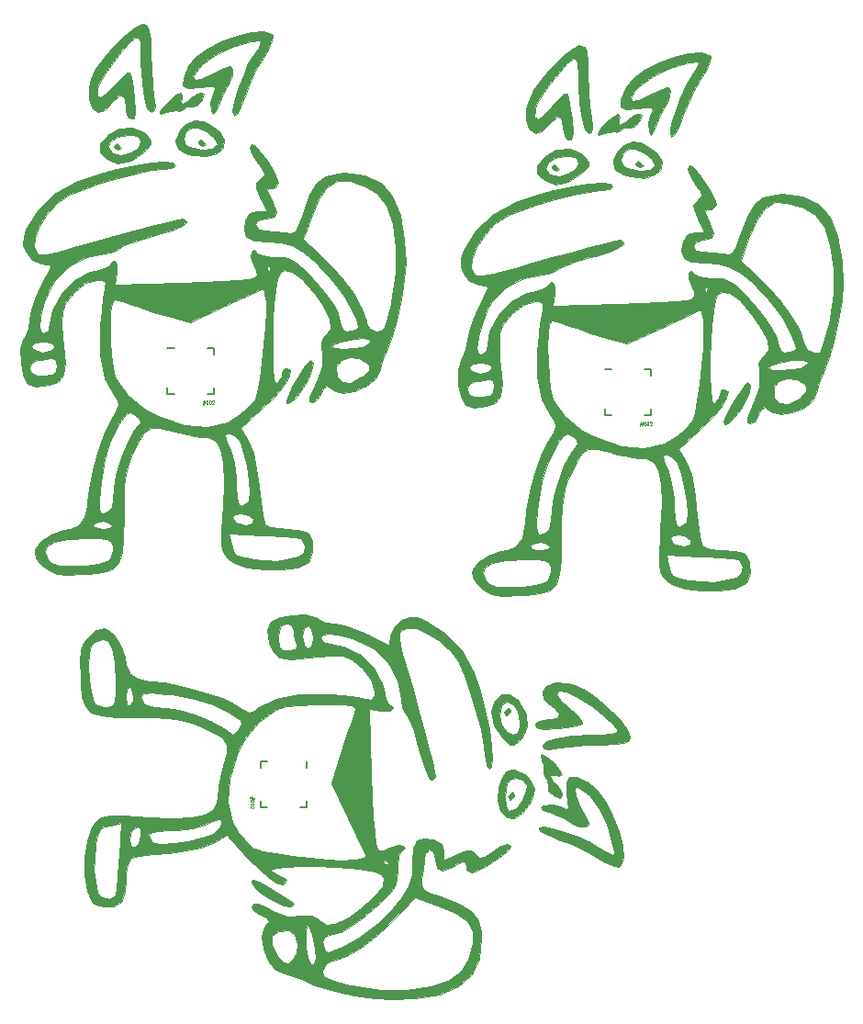
<source format=gbr>
G04 #@! TF.GenerationSoftware,KiCad,Pcbnew,(5.0.0-3-g5ebb6b6)*
G04 #@! TF.CreationDate,2019-09-09T21:31:56-07:00*
G04 #@! TF.ProjectId,panelizedpetr002,70616E656C697A656470657472303032,rev?*
G04 #@! TF.SameCoordinates,Original*
G04 #@! TF.FileFunction,Legend,Top*
G04 #@! TF.FilePolarity,Positive*
%FSLAX46Y46*%
G04 Gerber Fmt 4.6, Leading zero omitted, Abs format (unit mm)*
G04 Created by KiCad (PCBNEW (5.0.0-3-g5ebb6b6)) date Monday, September 09, 2019 at 09:31:56 PM*
%MOMM*%
%LPD*%
G01*
G04 APERTURE LIST*
%ADD10C,0.075000*%
%ADD11C,0.010000*%
%ADD12C,0.150000*%
G04 APERTURE END LIST*
D10*
X75932571Y-75259414D02*
X76146857Y-75259414D01*
X76018285Y-75130842D02*
X75932571Y-75516557D01*
X76118285Y-75387985D02*
X75904000Y-75387985D01*
X76032571Y-75516557D02*
X76118285Y-75130842D01*
X76304000Y-75159414D02*
X76332571Y-75159414D01*
X76361142Y-75173700D01*
X76375428Y-75187985D01*
X76389714Y-75216557D01*
X76404000Y-75273700D01*
X76404000Y-75345128D01*
X76389714Y-75402271D01*
X76375428Y-75430842D01*
X76361142Y-75445128D01*
X76332571Y-75459414D01*
X76304000Y-75459414D01*
X76275428Y-75445128D01*
X76261142Y-75430842D01*
X76246857Y-75402271D01*
X76232571Y-75345128D01*
X76232571Y-75273700D01*
X76246857Y-75216557D01*
X76261142Y-75187985D01*
X76275428Y-75173700D01*
X76304000Y-75159414D01*
X76589714Y-75159414D02*
X76618285Y-75159414D01*
X76646857Y-75173700D01*
X76661142Y-75187985D01*
X76675428Y-75216557D01*
X76689714Y-75273700D01*
X76689714Y-75345128D01*
X76675428Y-75402271D01*
X76661142Y-75430842D01*
X76646857Y-75445128D01*
X76618285Y-75459414D01*
X76589714Y-75459414D01*
X76561142Y-75445128D01*
X76546857Y-75430842D01*
X76532571Y-75402271D01*
X76518285Y-75345128D01*
X76518285Y-75273700D01*
X76532571Y-75216557D01*
X76546857Y-75187985D01*
X76561142Y-75173700D01*
X76589714Y-75159414D01*
X76804000Y-75187985D02*
X76818285Y-75173700D01*
X76846857Y-75159414D01*
X76918285Y-75159414D01*
X76946857Y-75173700D01*
X76961142Y-75187985D01*
X76975428Y-75216557D01*
X76975428Y-75245128D01*
X76961142Y-75287985D01*
X76789714Y-75459414D01*
X76975428Y-75459414D01*
X116280471Y-77215214D02*
X116494757Y-77215214D01*
X116366185Y-77086642D02*
X116280471Y-77472357D01*
X116466185Y-77343785D02*
X116251900Y-77343785D01*
X116380471Y-77472357D02*
X116466185Y-77086642D01*
X116651900Y-77115214D02*
X116680471Y-77115214D01*
X116709042Y-77129500D01*
X116723328Y-77143785D01*
X116737614Y-77172357D01*
X116751900Y-77229500D01*
X116751900Y-77300928D01*
X116737614Y-77358071D01*
X116723328Y-77386642D01*
X116709042Y-77400928D01*
X116680471Y-77415214D01*
X116651900Y-77415214D01*
X116623328Y-77400928D01*
X116609042Y-77386642D01*
X116594757Y-77358071D01*
X116580471Y-77300928D01*
X116580471Y-77229500D01*
X116594757Y-77172357D01*
X116609042Y-77143785D01*
X116623328Y-77129500D01*
X116651900Y-77115214D01*
X116937614Y-77115214D02*
X116966185Y-77115214D01*
X116994757Y-77129500D01*
X117009042Y-77143785D01*
X117023328Y-77172357D01*
X117037614Y-77229500D01*
X117037614Y-77300928D01*
X117023328Y-77358071D01*
X117009042Y-77386642D01*
X116994757Y-77400928D01*
X116966185Y-77415214D01*
X116937614Y-77415214D01*
X116909042Y-77400928D01*
X116894757Y-77386642D01*
X116880471Y-77358071D01*
X116866185Y-77300928D01*
X116866185Y-77229500D01*
X116880471Y-77172357D01*
X116894757Y-77143785D01*
X116909042Y-77129500D01*
X116937614Y-77115214D01*
X117151900Y-77143785D02*
X117166185Y-77129500D01*
X117194757Y-77115214D01*
X117266185Y-77115214D01*
X117294757Y-77129500D01*
X117309042Y-77143785D01*
X117323328Y-77172357D01*
X117323328Y-77200928D01*
X117309042Y-77243785D01*
X117137614Y-77415214D01*
X117323328Y-77415214D01*
X80518785Y-111683071D02*
X80518785Y-111897357D01*
X80647357Y-111768785D02*
X80261642Y-111683071D01*
X80390214Y-111868785D02*
X80390214Y-111654500D01*
X80261642Y-111783071D02*
X80647357Y-111868785D01*
X80618785Y-112054500D02*
X80618785Y-112083071D01*
X80604500Y-112111642D01*
X80590214Y-112125928D01*
X80561642Y-112140214D01*
X80504500Y-112154500D01*
X80433071Y-112154500D01*
X80375928Y-112140214D01*
X80347357Y-112125928D01*
X80333071Y-112111642D01*
X80318785Y-112083071D01*
X80318785Y-112054500D01*
X80333071Y-112025928D01*
X80347357Y-112011642D01*
X80375928Y-111997357D01*
X80433071Y-111983071D01*
X80504500Y-111983071D01*
X80561642Y-111997357D01*
X80590214Y-112011642D01*
X80604500Y-112025928D01*
X80618785Y-112054500D01*
X80618785Y-112340214D02*
X80618785Y-112368785D01*
X80604500Y-112397357D01*
X80590214Y-112411642D01*
X80561642Y-112425928D01*
X80504500Y-112440214D01*
X80433071Y-112440214D01*
X80375928Y-112425928D01*
X80347357Y-112411642D01*
X80333071Y-112397357D01*
X80318785Y-112368785D01*
X80318785Y-112340214D01*
X80333071Y-112311642D01*
X80347357Y-112297357D01*
X80375928Y-112283071D01*
X80433071Y-112268785D01*
X80504500Y-112268785D01*
X80561642Y-112283071D01*
X80590214Y-112297357D01*
X80604500Y-112311642D01*
X80618785Y-112340214D01*
X80590214Y-112554500D02*
X80604500Y-112568785D01*
X80618785Y-112597357D01*
X80618785Y-112668785D01*
X80604500Y-112697357D01*
X80590214Y-112711642D01*
X80561642Y-112725928D01*
X80533071Y-112725928D01*
X80490214Y-112711642D01*
X80318785Y-112540214D01*
X80318785Y-112725928D01*
D11*
G04 #@! TO.C,G\002A\002A\002A*
G36*
X75847222Y-51158422D02*
X76183766Y-51475430D01*
X76200000Y-51532019D01*
X75927058Y-51683544D01*
X75847222Y-51687588D01*
X75508001Y-51416390D01*
X75494444Y-51313991D01*
X75710569Y-51103299D01*
X75847222Y-51158422D01*
X75847222Y-51158422D01*
G37*
X75847222Y-51158422D02*
X76183766Y-51475430D01*
X76200000Y-51532019D01*
X75927058Y-51683544D01*
X75847222Y-51687588D01*
X75508001Y-51416390D01*
X75494444Y-51313991D01*
X75710569Y-51103299D01*
X75847222Y-51158422D01*
G36*
X68086111Y-51511200D02*
X68422655Y-51828208D01*
X68438889Y-51884797D01*
X68165947Y-52036322D01*
X68086111Y-52040366D01*
X67746890Y-51769168D01*
X67733333Y-51666769D01*
X67949458Y-51456077D01*
X68086111Y-51511200D01*
X68086111Y-51511200D01*
G37*
X68086111Y-51511200D02*
X68422655Y-51828208D01*
X68438889Y-51884797D01*
X68165947Y-52036322D01*
X68086111Y-52040366D01*
X67746890Y-51769168D01*
X67733333Y-51666769D01*
X67949458Y-51456077D01*
X68086111Y-51511200D01*
G36*
X82259383Y-41330070D02*
X82379608Y-41466737D01*
X82327430Y-41942813D01*
X81949803Y-42766858D01*
X81593952Y-43353559D01*
X80885724Y-44602144D01*
X80201687Y-46092165D01*
X79906580Y-46871633D01*
X79451792Y-48034874D01*
X79058949Y-48726354D01*
X78780692Y-48881078D01*
X78669665Y-48434051D01*
X78669444Y-48399043D01*
X78808499Y-47618757D01*
X79161816Y-46467425D01*
X79633625Y-45207790D01*
X80128153Y-44102596D01*
X80428305Y-43573700D01*
X81066266Y-42602665D01*
X81300574Y-42096195D01*
X81126198Y-41936699D01*
X80538112Y-42006585D01*
X80362675Y-42039192D01*
X78649136Y-42531393D01*
X77051614Y-43288614D01*
X75817772Y-44183991D01*
X75498225Y-44530963D01*
X75045567Y-45263102D01*
X75151530Y-45580713D01*
X75799700Y-45478098D01*
X76865149Y-45005425D01*
X77759115Y-44568992D01*
X78363895Y-44310041D01*
X78479001Y-44279255D01*
X78661879Y-44553544D01*
X78627823Y-45157464D01*
X78414415Y-45762597D01*
X78290280Y-45928419D01*
X77937048Y-46489491D01*
X77532555Y-47410060D01*
X77436186Y-47674669D01*
X77114161Y-48483601D01*
X76889885Y-48682476D01*
X76710640Y-48401897D01*
X76658189Y-47603798D01*
X76847832Y-46910896D01*
X77051482Y-46393442D01*
X76935405Y-46176996D01*
X76356852Y-46185267D01*
X75659486Y-46275788D01*
X74600692Y-46325629D01*
X74103805Y-46053215D01*
X74128677Y-45382036D01*
X74612155Y-44279921D01*
X75271586Y-43495554D01*
X76339669Y-42736448D01*
X77657819Y-42060037D01*
X79067451Y-41523758D01*
X80409979Y-41185047D01*
X81526818Y-41101339D01*
X82259383Y-41330070D01*
X82259383Y-41330070D01*
G37*
X82259383Y-41330070D02*
X82379608Y-41466737D01*
X82327430Y-41942813D01*
X81949803Y-42766858D01*
X81593952Y-43353559D01*
X80885724Y-44602144D01*
X80201687Y-46092165D01*
X79906580Y-46871633D01*
X79451792Y-48034874D01*
X79058949Y-48726354D01*
X78780692Y-48881078D01*
X78669665Y-48434051D01*
X78669444Y-48399043D01*
X78808499Y-47618757D01*
X79161816Y-46467425D01*
X79633625Y-45207790D01*
X80128153Y-44102596D01*
X80428305Y-43573700D01*
X81066266Y-42602665D01*
X81300574Y-42096195D01*
X81126198Y-41936699D01*
X80538112Y-42006585D01*
X80362675Y-42039192D01*
X78649136Y-42531393D01*
X77051614Y-43288614D01*
X75817772Y-44183991D01*
X75498225Y-44530963D01*
X75045567Y-45263102D01*
X75151530Y-45580713D01*
X75799700Y-45478098D01*
X76865149Y-45005425D01*
X77759115Y-44568992D01*
X78363895Y-44310041D01*
X78479001Y-44279255D01*
X78661879Y-44553544D01*
X78627823Y-45157464D01*
X78414415Y-45762597D01*
X78290280Y-45928419D01*
X77937048Y-46489491D01*
X77532555Y-47410060D01*
X77436186Y-47674669D01*
X77114161Y-48483601D01*
X76889885Y-48682476D01*
X76710640Y-48401897D01*
X76658189Y-47603798D01*
X76847832Y-46910896D01*
X77051482Y-46393442D01*
X76935405Y-46176996D01*
X76356852Y-46185267D01*
X75659486Y-46275788D01*
X74600692Y-46325629D01*
X74103805Y-46053215D01*
X74128677Y-45382036D01*
X74612155Y-44279921D01*
X75271586Y-43495554D01*
X76339669Y-42736448D01*
X77657819Y-42060037D01*
X79067451Y-41523758D01*
X80409979Y-41185047D01*
X81526818Y-41101339D01*
X82259383Y-41330070D01*
G36*
X76039748Y-46875078D02*
X75892836Y-47366088D01*
X75832579Y-47481616D01*
X75346238Y-47983554D01*
X74949520Y-48026190D01*
X74387262Y-48055751D01*
X74238691Y-48193840D01*
X73761557Y-48431254D01*
X73610032Y-48402491D01*
X72978263Y-48425782D01*
X72584027Y-48572671D01*
X72086581Y-48704143D01*
X71966666Y-48586495D01*
X72211591Y-48141729D01*
X72779294Y-47526635D01*
X73419165Y-46982023D01*
X73879230Y-46748700D01*
X74019840Y-47009758D01*
X73955759Y-47277866D01*
X73927895Y-47733152D01*
X74051209Y-47807033D01*
X74501118Y-47566151D01*
X74788888Y-47277866D01*
X75396109Y-46829242D01*
X75726441Y-46748700D01*
X76039748Y-46875078D01*
X76039748Y-46875078D01*
G37*
X76039748Y-46875078D02*
X75892836Y-47366088D01*
X75832579Y-47481616D01*
X75346238Y-47983554D01*
X74949520Y-48026190D01*
X74387262Y-48055751D01*
X74238691Y-48193840D01*
X73761557Y-48431254D01*
X73610032Y-48402491D01*
X72978263Y-48425782D01*
X72584027Y-48572671D01*
X72086581Y-48704143D01*
X71966666Y-48586495D01*
X72211591Y-48141729D01*
X72779294Y-47526635D01*
X73419165Y-46982023D01*
X73879230Y-46748700D01*
X74019840Y-47009758D01*
X73955759Y-47277866D01*
X73927895Y-47733152D01*
X74051209Y-47807033D01*
X74501118Y-47566151D01*
X74788888Y-47277866D01*
X75396109Y-46829242D01*
X75726441Y-46748700D01*
X76039748Y-46875078D01*
G36*
X70424507Y-40457962D02*
X70777352Y-40620696D01*
X70981971Y-41042596D01*
X71079544Y-41879524D01*
X71109234Y-43049720D01*
X71162921Y-44571403D01*
X71277893Y-46050800D01*
X71404826Y-47013283D01*
X71531196Y-47975922D01*
X71432445Y-48421360D01*
X71164869Y-48512589D01*
X70816559Y-48177485D01*
X70530356Y-47240140D01*
X70324472Y-45802501D01*
X70217118Y-43966513D01*
X70205844Y-43143799D01*
X70157634Y-42126648D01*
X69988547Y-41684413D01*
X69693189Y-41674724D01*
X69162134Y-42090697D01*
X68418179Y-42920488D01*
X67606533Y-43969995D01*
X66872404Y-45045117D01*
X66361001Y-45951750D01*
X66227490Y-46307376D01*
X66167075Y-47057806D01*
X66456514Y-47234093D01*
X67047379Y-46844485D01*
X67775219Y-46043807D01*
X68458643Y-45292631D01*
X68982239Y-44895887D01*
X69163862Y-44890233D01*
X69328156Y-45366019D01*
X69498554Y-46312847D01*
X69603367Y-47189672D01*
X69671613Y-48480288D01*
X69554568Y-49124501D01*
X69240157Y-49159872D01*
X69026851Y-48982959D01*
X68839467Y-48476665D01*
X68791666Y-47945445D01*
X68640819Y-47142750D01*
X68243524Y-46985494D01*
X67682648Y-47495133D01*
X67587400Y-47633673D01*
X66872049Y-48383961D01*
X66209727Y-48524116D01*
X65689629Y-48148634D01*
X65400950Y-47352009D01*
X65432884Y-46228737D01*
X65608877Y-45537579D01*
X66075902Y-44601623D01*
X66851503Y-43510935D01*
X67800491Y-42408116D01*
X68787676Y-41435769D01*
X69677867Y-40736494D01*
X70335873Y-40452891D01*
X70424507Y-40457962D01*
X70424507Y-40457962D01*
G37*
X70424507Y-40457962D02*
X70777352Y-40620696D01*
X70981971Y-41042596D01*
X71079544Y-41879524D01*
X71109234Y-43049720D01*
X71162921Y-44571403D01*
X71277893Y-46050800D01*
X71404826Y-47013283D01*
X71531196Y-47975922D01*
X71432445Y-48421360D01*
X71164869Y-48512589D01*
X70816559Y-48177485D01*
X70530356Y-47240140D01*
X70324472Y-45802501D01*
X70217118Y-43966513D01*
X70205844Y-43143799D01*
X70157634Y-42126648D01*
X69988547Y-41684413D01*
X69693189Y-41674724D01*
X69162134Y-42090697D01*
X68418179Y-42920488D01*
X67606533Y-43969995D01*
X66872404Y-45045117D01*
X66361001Y-45951750D01*
X66227490Y-46307376D01*
X66167075Y-47057806D01*
X66456514Y-47234093D01*
X67047379Y-46844485D01*
X67775219Y-46043807D01*
X68458643Y-45292631D01*
X68982239Y-44895887D01*
X69163862Y-44890233D01*
X69328156Y-45366019D01*
X69498554Y-46312847D01*
X69603367Y-47189672D01*
X69671613Y-48480288D01*
X69554568Y-49124501D01*
X69240157Y-49159872D01*
X69026851Y-48982959D01*
X68839467Y-48476665D01*
X68791666Y-47945445D01*
X68640819Y-47142750D01*
X68243524Y-46985494D01*
X67682648Y-47495133D01*
X67587400Y-47633673D01*
X66872049Y-48383961D01*
X66209727Y-48524116D01*
X65689629Y-48148634D01*
X65400950Y-47352009D01*
X65432884Y-46228737D01*
X65608877Y-45537579D01*
X66075902Y-44601623D01*
X66851503Y-43510935D01*
X67800491Y-42408116D01*
X68787676Y-41435769D01*
X69677867Y-40736494D01*
X70335873Y-40452891D01*
X70424507Y-40457962D01*
G36*
X75912735Y-49405988D02*
X76364026Y-49607267D01*
X77435227Y-50347073D01*
X77889624Y-51122220D01*
X77802645Y-51831567D01*
X77249715Y-52373975D01*
X76306262Y-52648304D01*
X75047710Y-52553414D01*
X74327963Y-52337443D01*
X73612561Y-51926145D01*
X73426884Y-51295956D01*
X73446018Y-51045306D01*
X73472509Y-50986908D01*
X74141911Y-50986908D01*
X74330325Y-51576308D01*
X74680068Y-51793215D01*
X75896629Y-51996220D01*
X76804009Y-51933900D01*
X77241211Y-51623360D01*
X77258333Y-51519332D01*
X76959363Y-50920619D01*
X76247611Y-50357144D01*
X75400818Y-50009027D01*
X74894429Y-49986290D01*
X74341979Y-50355471D01*
X74141911Y-50986908D01*
X73472509Y-50986908D01*
X73868688Y-50113558D01*
X74456289Y-49618395D01*
X75215596Y-49305267D01*
X75912735Y-49405988D01*
X75912735Y-49405988D01*
G37*
X75912735Y-49405988D02*
X76364026Y-49607267D01*
X77435227Y-50347073D01*
X77889624Y-51122220D01*
X77802645Y-51831567D01*
X77249715Y-52373975D01*
X76306262Y-52648304D01*
X75047710Y-52553414D01*
X74327963Y-52337443D01*
X73612561Y-51926145D01*
X73426884Y-51295956D01*
X73446018Y-51045306D01*
X73472509Y-50986908D01*
X74141911Y-50986908D01*
X74330325Y-51576308D01*
X74680068Y-51793215D01*
X75896629Y-51996220D01*
X76804009Y-51933900D01*
X77241211Y-51623360D01*
X77258333Y-51519332D01*
X76959363Y-50920619D01*
X76247611Y-50357144D01*
X75400818Y-50009027D01*
X74894429Y-49986290D01*
X74341979Y-50355471D01*
X74141911Y-50986908D01*
X73472509Y-50986908D01*
X73868688Y-50113558D01*
X74456289Y-49618395D01*
X75215596Y-49305267D01*
X75912735Y-49405988D01*
G36*
X70481780Y-50401301D02*
X70744058Y-50642641D01*
X71151879Y-51161310D01*
X71123173Y-51553593D01*
X70618980Y-52106306D01*
X70534151Y-52187934D01*
X69317060Y-53023835D01*
X68106405Y-53252371D01*
X67092630Y-52892751D01*
X66444465Y-52236236D01*
X66445899Y-51775414D01*
X67188560Y-51775414D01*
X67525350Y-52278857D01*
X67616072Y-52334533D01*
X68424404Y-52493517D01*
X69306158Y-52282342D01*
X69986940Y-51810719D01*
X70202777Y-51300300D01*
X70048218Y-50832581D01*
X69465654Y-50646927D01*
X68980467Y-50629255D01*
X68032537Y-50805108D01*
X67396428Y-51235663D01*
X67188560Y-51775414D01*
X66445899Y-51775414D01*
X66446594Y-51552341D01*
X67101423Y-50726027D01*
X67138709Y-50690749D01*
X68222117Y-50066584D01*
X69419448Y-49968994D01*
X70481780Y-50401301D01*
X70481780Y-50401301D01*
G37*
X70481780Y-50401301D02*
X70744058Y-50642641D01*
X71151879Y-51161310D01*
X71123173Y-51553593D01*
X70618980Y-52106306D01*
X70534151Y-52187934D01*
X69317060Y-53023835D01*
X68106405Y-53252371D01*
X67092630Y-52892751D01*
X66444465Y-52236236D01*
X66445899Y-51775414D01*
X67188560Y-51775414D01*
X67525350Y-52278857D01*
X67616072Y-52334533D01*
X68424404Y-52493517D01*
X69306158Y-52282342D01*
X69986940Y-51810719D01*
X70202777Y-51300300D01*
X70048218Y-50832581D01*
X69465654Y-50646927D01*
X68980467Y-50629255D01*
X68032537Y-50805108D01*
X67396428Y-51235663D01*
X67188560Y-51775414D01*
X66445899Y-51775414D01*
X66446594Y-51552341D01*
X67101423Y-50726027D01*
X67138709Y-50690749D01*
X68222117Y-50066584D01*
X69419448Y-49968994D01*
X70481780Y-50401301D01*
G36*
X86073091Y-71704528D02*
X85952619Y-72406593D01*
X85483682Y-73427613D01*
X85191407Y-73919599D01*
X84560726Y-74777256D01*
X84013568Y-75283839D01*
X83668771Y-75347174D01*
X83608333Y-75147495D01*
X83774149Y-74692250D01*
X84188488Y-73896746D01*
X84726684Y-72970142D01*
X85264075Y-72121597D01*
X85675996Y-71560269D01*
X85813194Y-71448227D01*
X86073091Y-71704528D01*
X86073091Y-71704528D01*
G37*
X86073091Y-71704528D02*
X85952619Y-72406593D01*
X85483682Y-73427613D01*
X85191407Y-73919599D01*
X84560726Y-74777256D01*
X84013568Y-75283839D01*
X83668771Y-75347174D01*
X83608333Y-75147495D01*
X83774149Y-74692250D01*
X84188488Y-73896746D01*
X84726684Y-72970142D01*
X85264075Y-72121597D01*
X85675996Y-71560269D01*
X85813194Y-71448227D01*
X86073091Y-71704528D01*
G36*
X80770534Y-51671778D02*
X81311577Y-52265347D01*
X81921933Y-53106565D01*
X82471930Y-54007090D01*
X82831899Y-54778578D01*
X82902777Y-55108044D01*
X82618935Y-55515371D01*
X82373611Y-55568144D01*
X81966321Y-55607597D01*
X81898190Y-55844850D01*
X82166657Y-56458249D01*
X82355556Y-56825442D01*
X82697609Y-57736522D01*
X82506484Y-58229520D01*
X81743722Y-58389411D01*
X81647235Y-58390366D01*
X80953525Y-58578113D01*
X80786111Y-58919533D01*
X81090296Y-59346600D01*
X81623958Y-59448700D01*
X82617449Y-59520478D01*
X83490555Y-59654450D01*
X84084208Y-59728284D01*
X84465432Y-59554789D01*
X84772003Y-58988939D01*
X85127209Y-57931708D01*
X85760267Y-56211895D01*
X86439641Y-55086110D01*
X87277074Y-54445867D01*
X88384307Y-54182677D01*
X89013799Y-54158352D01*
X90872847Y-54380518D01*
X92327320Y-55069386D01*
X93403083Y-56262988D01*
X94125999Y-57999361D01*
X94521934Y-60316540D01*
X94619401Y-62401481D01*
X94516435Y-63966136D01*
X94222134Y-65842909D01*
X93793987Y-67767640D01*
X93289487Y-69476169D01*
X92843531Y-70561200D01*
X92444022Y-71498774D01*
X92243196Y-72276478D01*
X92242747Y-72281584D01*
X91859248Y-73116331D01*
X91008984Y-73815314D01*
X89919500Y-74285066D01*
X88818342Y-74432125D01*
X87933054Y-74163026D01*
X87841936Y-74089222D01*
X87384215Y-73775639D01*
X87073799Y-73993014D01*
X86848629Y-74439326D01*
X86435946Y-75089199D01*
X86085341Y-75323700D01*
X85785326Y-75207956D01*
X85803460Y-74781500D01*
X86160943Y-73925494D01*
X86432011Y-73380566D01*
X86927764Y-72005948D01*
X86926407Y-71904723D01*
X88255692Y-71904723D01*
X88291150Y-72911125D01*
X88777108Y-73457815D01*
X89589502Y-73494579D01*
X90604271Y-72971204D01*
X90701559Y-72894689D01*
X91240859Y-72367023D01*
X91251123Y-71947869D01*
X91035272Y-71641952D01*
X90354624Y-71228447D01*
X89477753Y-71147979D01*
X88686064Y-71373944D01*
X88260960Y-71879740D01*
X88255692Y-71904723D01*
X86926407Y-71904723D01*
X86911323Y-70780057D01*
X86871376Y-70200272D01*
X87769179Y-70200272D01*
X88199774Y-70343272D01*
X88782952Y-70374083D01*
X89851235Y-70331280D01*
X90676882Y-70211597D01*
X90811425Y-70170679D01*
X91374015Y-69831689D01*
X91328510Y-69554811D01*
X90772253Y-69415143D01*
X89904049Y-69470628D01*
X88673639Y-69721785D01*
X87944575Y-69979055D01*
X87769179Y-70200272D01*
X86871376Y-70200272D01*
X86845361Y-69822698D01*
X87150294Y-69239550D01*
X87305414Y-69111646D01*
X87728746Y-68501376D01*
X87636091Y-67619954D01*
X87011100Y-66408823D01*
X86251821Y-65338356D01*
X85100507Y-63987468D01*
X84176244Y-63266348D01*
X83439789Y-63151387D01*
X83032193Y-63401427D01*
X82818714Y-63914914D01*
X82639361Y-64904511D01*
X82497844Y-66231837D01*
X82397877Y-67758511D01*
X82343169Y-69346152D01*
X82337434Y-70856377D01*
X82384383Y-72150806D01*
X82487727Y-73091057D01*
X82651179Y-73538748D01*
X82760479Y-73531518D01*
X83189386Y-72931552D01*
X83255555Y-72634671D01*
X83460619Y-72193623D01*
X83608333Y-72148700D01*
X83992105Y-72362608D01*
X83879003Y-72952460D01*
X83312447Y-73840448D01*
X82335855Y-74948765D01*
X81700366Y-75567754D01*
X79439622Y-77673747D01*
X80120482Y-78749091D01*
X80609395Y-79966489D01*
X80969834Y-81872854D01*
X81093437Y-82989946D01*
X81250235Y-84445234D01*
X81421348Y-85647364D01*
X81578692Y-86411452D01*
X81635808Y-86560412D01*
X82110303Y-86800029D01*
X83027523Y-86945315D01*
X83558597Y-86965366D01*
X84642701Y-87049859D01*
X85454171Y-87263519D01*
X85654444Y-87388700D01*
X85999582Y-88116502D01*
X86046829Y-89066160D01*
X85798605Y-89871719D01*
X85636805Y-90056434D01*
X84620849Y-90521247D01*
X83190645Y-90746676D01*
X81582817Y-90743320D01*
X80033992Y-90521776D01*
X78780793Y-90092642D01*
X78254903Y-89725825D01*
X77948961Y-89367096D01*
X77759796Y-88932971D01*
X77673250Y-88279385D01*
X77674909Y-87396612D01*
X78322918Y-87396612D01*
X78545809Y-88327517D01*
X78710334Y-88989483D01*
X78924657Y-89343060D01*
X79392467Y-89539915D01*
X80317451Y-89731715D01*
X80472810Y-89762382D01*
X82773654Y-89917012D01*
X84754861Y-89561089D01*
X85225186Y-89154710D01*
X85360725Y-88512902D01*
X85126433Y-87972860D01*
X84931250Y-87863874D01*
X84395574Y-87783596D01*
X83346419Y-87688061D01*
X81975151Y-87593691D01*
X81406598Y-87561401D01*
X78322918Y-87396612D01*
X77674909Y-87396612D01*
X77675162Y-87262276D01*
X77745841Y-85848237D01*
X78669444Y-85848237D01*
X78974589Y-86407153D01*
X79875428Y-86611854D01*
X79951891Y-86612589D01*
X80540157Y-86476563D01*
X80560907Y-86083422D01*
X80169389Y-85739020D01*
X79518891Y-85563019D01*
X78916754Y-85593634D01*
X78669444Y-85848237D01*
X77745841Y-85848237D01*
X77751373Y-85737581D01*
X77794175Y-85038228D01*
X77889983Y-82640791D01*
X77823262Y-80863242D01*
X77574721Y-79634606D01*
X77125071Y-78883908D01*
X76455020Y-78540174D01*
X76016771Y-78498700D01*
X75034002Y-78396125D01*
X74944649Y-78377839D01*
X78006339Y-78377839D01*
X78183623Y-78927482D01*
X78493055Y-79679008D01*
X78801798Y-80787023D01*
X78992468Y-82182157D01*
X79022222Y-82897091D01*
X79076632Y-84099763D01*
X79257966Y-84711819D01*
X79513645Y-84848700D01*
X80065067Y-84565479D01*
X80196639Y-84349476D01*
X80268076Y-83627977D01*
X80183304Y-82482404D01*
X79982921Y-81166231D01*
X79707528Y-79932934D01*
X79397725Y-79035988D01*
X79323899Y-78900747D01*
X78803674Y-78322817D01*
X78408196Y-78145922D01*
X78084391Y-78175040D01*
X78006339Y-78377839D01*
X74944649Y-78377839D01*
X73757080Y-78134807D01*
X73062825Y-77948084D01*
X71894256Y-77652734D01*
X71092854Y-77665702D01*
X70492844Y-78081649D01*
X69928447Y-78995236D01*
X69453395Y-80009112D01*
X69074105Y-80955128D01*
X68829328Y-81892922D01*
X68691020Y-83017769D01*
X68631138Y-84524945D01*
X68620981Y-85805403D01*
X68594009Y-87806927D01*
X68466853Y-89213827D01*
X68160052Y-90136728D01*
X67594144Y-90686258D01*
X66689667Y-90973042D01*
X65367160Y-91107708D01*
X64789595Y-91139437D01*
X63403854Y-91183925D01*
X62502373Y-91116319D01*
X61867152Y-90892634D01*
X61280190Y-90468886D01*
X61222663Y-90419761D01*
X60558912Y-89705523D01*
X60424897Y-89071225D01*
X61383333Y-89071225D01*
X61659741Y-89809855D01*
X62000694Y-90135405D01*
X62717180Y-90337081D01*
X63821442Y-90401630D01*
X65080526Y-90346179D01*
X66261481Y-90187856D01*
X67131354Y-89943787D01*
X67427050Y-89736447D01*
X67647812Y-88996794D01*
X67647159Y-88552866D01*
X67511869Y-88157467D01*
X67122907Y-87946367D01*
X66311861Y-87866748D01*
X65440277Y-87860711D01*
X63530535Y-87944694D01*
X62256598Y-88179523D01*
X61561532Y-88582187D01*
X61383333Y-89071225D01*
X60424897Y-89071225D01*
X60422034Y-89057677D01*
X60490179Y-88764574D01*
X61000876Y-88091184D01*
X61940532Y-87471162D01*
X63039283Y-87055100D01*
X63714361Y-86965366D01*
X64469459Y-86649823D01*
X64495873Y-86612589D01*
X65793055Y-86612589D01*
X65932313Y-86861192D01*
X66622848Y-86965040D01*
X66675000Y-86965366D01*
X67392098Y-86871428D01*
X67566303Y-86629379D01*
X67556944Y-86612589D01*
X67057898Y-86313150D01*
X66675000Y-86259811D01*
X66008355Y-86426648D01*
X65793055Y-86612589D01*
X64495873Y-86612589D01*
X65036101Y-85851085D01*
X65252958Y-84848700D01*
X65280335Y-84573711D01*
X66344228Y-84573711D01*
X66382478Y-85248703D01*
X66574902Y-85521844D01*
X66762632Y-85554255D01*
X67346121Y-85267637D01*
X67519201Y-84996236D01*
X67669080Y-84262736D01*
X67733294Y-83268214D01*
X67733333Y-83245407D01*
X67897661Y-82078454D01*
X68320607Y-80628158D01*
X68897109Y-79179861D01*
X69522108Y-78018908D01*
X69784998Y-77673087D01*
X70167572Y-77149232D01*
X70011411Y-76780602D01*
X69681487Y-76520557D01*
X69220629Y-76263833D01*
X68852747Y-76391857D01*
X68395136Y-77005390D01*
X68184405Y-77346169D01*
X67395477Y-78889108D01*
X66860357Y-80591110D01*
X66509805Y-82690253D01*
X66438471Y-83349394D01*
X66344228Y-84573711D01*
X65280335Y-84573711D01*
X65400626Y-83365454D01*
X65763877Y-81571061D01*
X66271623Y-79728284D01*
X66852775Y-78099884D01*
X67357036Y-77071334D01*
X67916853Y-76126546D01*
X68133149Y-75553222D01*
X68037264Y-75125088D01*
X67691792Y-74654447D01*
X66862151Y-73096408D01*
X66443192Y-70998423D01*
X66442507Y-68399621D01*
X66452706Y-68268144D01*
X66462355Y-68166964D01*
X67371539Y-68166964D01*
X67390633Y-69542155D01*
X67472339Y-70918485D01*
X67613029Y-72120907D01*
X67809077Y-72974374D01*
X67878227Y-73136357D01*
X68990988Y-74638926D01*
X70563201Y-75934987D01*
X71790277Y-76596386D01*
X74226894Y-77397499D01*
X76358754Y-77574887D01*
X78211533Y-77128220D01*
X79282068Y-76500304D01*
X80101666Y-75800386D01*
X80677485Y-75153034D01*
X80743948Y-75044777D01*
X80947922Y-74363767D01*
X81164820Y-73165069D01*
X81375056Y-71635804D01*
X81559042Y-69963088D01*
X81697191Y-68334041D01*
X81769914Y-66935781D01*
X81757625Y-65955428D01*
X81721249Y-65708653D01*
X81490454Y-64789094D01*
X78110200Y-66368695D01*
X74729947Y-67948297D01*
X72730945Y-67385778D01*
X71349731Y-66972226D01*
X70013153Y-66532519D01*
X69401888Y-66310979D01*
X68474426Y-65984498D01*
X67819259Y-65808562D01*
X67726194Y-65798700D01*
X67535693Y-66120189D01*
X67418683Y-66967960D01*
X67371539Y-68166964D01*
X66462355Y-68166964D01*
X66586850Y-66861543D01*
X66739346Y-65644097D01*
X66878819Y-64863628D01*
X66888175Y-64828561D01*
X66944450Y-64241279D01*
X66531469Y-64046001D01*
X66214045Y-64034811D01*
X65144276Y-64337160D01*
X64089387Y-65107778D01*
X63276381Y-66142017D01*
X62962119Y-66966493D01*
X62898974Y-67964615D01*
X62966898Y-69282081D01*
X63065068Y-70068965D01*
X63221339Y-71692937D01*
X63055916Y-72778116D01*
X62530798Y-73431719D01*
X61767697Y-73729262D01*
X60540759Y-73872622D01*
X59773505Y-73582716D01*
X59346078Y-72765783D01*
X59244933Y-72148700D01*
X59972222Y-72148700D01*
X60110340Y-72634983D01*
X60649537Y-72831192D01*
X61206944Y-72854255D01*
X62040273Y-72790163D01*
X62381700Y-72493842D01*
X62441666Y-71934567D01*
X62336787Y-71283885D01*
X61962214Y-71201797D01*
X61883647Y-71229012D01*
X61039954Y-71417016D01*
X60648925Y-71443144D01*
X60080119Y-71706389D01*
X59972222Y-72148700D01*
X59244933Y-72148700D01*
X59171043Y-71697900D01*
X59131043Y-70316170D01*
X59185843Y-70111669D01*
X60118906Y-70111669D01*
X60275436Y-70435546D01*
X60410996Y-70503218D01*
X61134315Y-70699401D01*
X61830687Y-70543579D01*
X61881621Y-70524234D01*
X62271620Y-70201262D01*
X62082436Y-69875909D01*
X61425912Y-69688246D01*
X61206944Y-69679255D01*
X60475914Y-69811430D01*
X60118906Y-70111669D01*
X59185843Y-70111669D01*
X59358652Y-69466788D01*
X59479881Y-69298699D01*
X59840229Y-68548591D01*
X59972222Y-67672719D01*
X60131274Y-66779397D01*
X60542647Y-65575659D01*
X60967256Y-64631016D01*
X61962290Y-62658348D01*
X61066578Y-62552829D01*
X60174949Y-62140764D01*
X59655914Y-61525584D01*
X59342932Y-60786492D01*
X59389946Y-60084491D01*
X59634850Y-59411506D01*
X60773555Y-57530266D01*
X62432873Y-55963664D01*
X64445602Y-54869112D01*
X64469212Y-54860235D01*
X66170262Y-54291960D01*
X67940954Y-53815564D01*
X69653498Y-53451255D01*
X71180105Y-53219241D01*
X72392986Y-53139730D01*
X73164350Y-53232930D01*
X73377777Y-53451477D01*
X73068383Y-53687684D01*
X72310712Y-53802225D01*
X72182519Y-53804255D01*
X71182887Y-53919283D01*
X69731826Y-54225438D01*
X68037869Y-54664328D01*
X66309550Y-55177561D01*
X64755401Y-55706745D01*
X63583956Y-56193489D01*
X63500000Y-56235477D01*
X62460619Y-56965280D01*
X61554226Y-57952519D01*
X60851503Y-59053608D01*
X60423134Y-60124960D01*
X60339802Y-61022990D01*
X60672192Y-61604111D01*
X60819912Y-61679795D01*
X61426355Y-61692282D01*
X62418237Y-61511996D01*
X63024773Y-61346575D01*
X64359998Y-60951005D01*
X65988143Y-60488091D01*
X67769433Y-59995231D01*
X69564098Y-59509819D01*
X71232363Y-59069253D01*
X72634456Y-58710929D01*
X73630604Y-58472243D01*
X74073926Y-58390366D01*
X74377191Y-58638815D01*
X74357440Y-58802767D01*
X73975045Y-59073442D01*
X73072173Y-59442167D01*
X71815013Y-59844831D01*
X71253697Y-60000107D01*
X69903218Y-60395868D01*
X68841956Y-60779208D01*
X68235476Y-61087291D01*
X68157368Y-61175206D01*
X67752063Y-61444875D01*
X66947794Y-61564973D01*
X66896740Y-61565366D01*
X65172282Y-61889382D01*
X63557255Y-62766021D01*
X62278405Y-64052175D01*
X61866210Y-64740366D01*
X61298543Y-66112458D01*
X60955841Y-67360166D01*
X60860155Y-68336966D01*
X61033534Y-68896337D01*
X61229123Y-68973700D01*
X61684564Y-68727815D01*
X61738078Y-68532727D01*
X62046730Y-66847257D01*
X62867381Y-65300830D01*
X64064806Y-64063197D01*
X65503778Y-63304107D01*
X65994375Y-63189799D01*
X66867406Y-62971858D01*
X67348137Y-62699601D01*
X67380555Y-62619531D01*
X67654174Y-62287428D01*
X67773373Y-62270922D01*
X68017471Y-62579361D01*
X68004538Y-63372334D01*
X67842885Y-64473747D01*
X73873526Y-64302336D01*
X75902842Y-64230994D01*
X77714551Y-64141667D01*
X79178575Y-64042785D01*
X80164839Y-63942777D01*
X80512801Y-63872085D01*
X80898621Y-63624547D01*
X80887810Y-63219141D01*
X80774193Y-62976477D01*
X81844444Y-62976477D01*
X81973520Y-63266853D01*
X82079629Y-63211663D01*
X82121850Y-62792998D01*
X82079629Y-62741292D01*
X81869903Y-62789718D01*
X81844444Y-62976477D01*
X80774193Y-62976477D01*
X80602289Y-62609326D01*
X80380917Y-61921249D01*
X80414051Y-61406285D01*
X80639894Y-61246323D01*
X80958943Y-61559612D01*
X81419122Y-61779277D01*
X82312585Y-61905913D01*
X82717609Y-61918144D01*
X83510921Y-61956353D01*
X84136956Y-62142781D01*
X84768787Y-62585133D01*
X85579489Y-63391113D01*
X86236146Y-64107724D01*
X87185650Y-65236741D01*
X87940852Y-66283044D01*
X88369942Y-67059627D01*
X88411877Y-67194529D01*
X88661692Y-68217639D01*
X88907016Y-68699590D01*
X89265327Y-68794159D01*
X89583975Y-68728782D01*
X90082106Y-68579215D01*
X90258051Y-68347653D01*
X90133040Y-67837079D01*
X89774460Y-66961097D01*
X88916628Y-65422864D01*
X87653175Y-63780481D01*
X86189901Y-62281900D01*
X85265639Y-61528713D01*
X84173124Y-60864968D01*
X83083110Y-60564966D01*
X81956831Y-60507033D01*
X80654924Y-60414851D01*
X80359810Y-60275150D01*
X85195833Y-60275150D01*
X87334201Y-62323437D01*
X88688188Y-63771238D01*
X89815698Y-65265365D01*
X90618678Y-66654234D01*
X90999076Y-67786263D01*
X91016666Y-68016334D01*
X91308915Y-68511794D01*
X91945274Y-68794070D01*
X92477201Y-68738386D01*
X92664984Y-68365778D01*
X92951245Y-67485766D01*
X93278061Y-66278947D01*
X93318824Y-66114336D01*
X93759105Y-63397975D01*
X93743780Y-61077943D01*
X93439908Y-58845923D01*
X92888031Y-57206494D01*
X92047933Y-56077982D01*
X90951355Y-55406784D01*
X89452475Y-54936435D01*
X88302570Y-54931954D01*
X87397149Y-55452739D01*
X86631724Y-56558185D01*
X85915530Y-58269346D01*
X85195833Y-60275150D01*
X80359810Y-60275150D01*
X79946985Y-60079728D01*
X79738680Y-59413801D01*
X79872841Y-58565966D01*
X80269260Y-57863189D01*
X80963513Y-57684811D01*
X81833029Y-57684811D01*
X81228267Y-56416611D01*
X80865268Y-55577756D01*
X80830922Y-55115889D01*
X81120679Y-54786080D01*
X81196914Y-54729125D01*
X81573702Y-54338515D01*
X81441582Y-53884064D01*
X81252367Y-53616074D01*
X80517621Y-52525376D01*
X80265207Y-51843410D01*
X80428475Y-51514202D01*
X80770534Y-51671778D01*
X80770534Y-51671778D01*
G37*
X80770534Y-51671778D02*
X81311577Y-52265347D01*
X81921933Y-53106565D01*
X82471930Y-54007090D01*
X82831899Y-54778578D01*
X82902777Y-55108044D01*
X82618935Y-55515371D01*
X82373611Y-55568144D01*
X81966321Y-55607597D01*
X81898190Y-55844850D01*
X82166657Y-56458249D01*
X82355556Y-56825442D01*
X82697609Y-57736522D01*
X82506484Y-58229520D01*
X81743722Y-58389411D01*
X81647235Y-58390366D01*
X80953525Y-58578113D01*
X80786111Y-58919533D01*
X81090296Y-59346600D01*
X81623958Y-59448700D01*
X82617449Y-59520478D01*
X83490555Y-59654450D01*
X84084208Y-59728284D01*
X84465432Y-59554789D01*
X84772003Y-58988939D01*
X85127209Y-57931708D01*
X85760267Y-56211895D01*
X86439641Y-55086110D01*
X87277074Y-54445867D01*
X88384307Y-54182677D01*
X89013799Y-54158352D01*
X90872847Y-54380518D01*
X92327320Y-55069386D01*
X93403083Y-56262988D01*
X94125999Y-57999361D01*
X94521934Y-60316540D01*
X94619401Y-62401481D01*
X94516435Y-63966136D01*
X94222134Y-65842909D01*
X93793987Y-67767640D01*
X93289487Y-69476169D01*
X92843531Y-70561200D01*
X92444022Y-71498774D01*
X92243196Y-72276478D01*
X92242747Y-72281584D01*
X91859248Y-73116331D01*
X91008984Y-73815314D01*
X89919500Y-74285066D01*
X88818342Y-74432125D01*
X87933054Y-74163026D01*
X87841936Y-74089222D01*
X87384215Y-73775639D01*
X87073799Y-73993014D01*
X86848629Y-74439326D01*
X86435946Y-75089199D01*
X86085341Y-75323700D01*
X85785326Y-75207956D01*
X85803460Y-74781500D01*
X86160943Y-73925494D01*
X86432011Y-73380566D01*
X86927764Y-72005948D01*
X86926407Y-71904723D01*
X88255692Y-71904723D01*
X88291150Y-72911125D01*
X88777108Y-73457815D01*
X89589502Y-73494579D01*
X90604271Y-72971204D01*
X90701559Y-72894689D01*
X91240859Y-72367023D01*
X91251123Y-71947869D01*
X91035272Y-71641952D01*
X90354624Y-71228447D01*
X89477753Y-71147979D01*
X88686064Y-71373944D01*
X88260960Y-71879740D01*
X88255692Y-71904723D01*
X86926407Y-71904723D01*
X86911323Y-70780057D01*
X86871376Y-70200272D01*
X87769179Y-70200272D01*
X88199774Y-70343272D01*
X88782952Y-70374083D01*
X89851235Y-70331280D01*
X90676882Y-70211597D01*
X90811425Y-70170679D01*
X91374015Y-69831689D01*
X91328510Y-69554811D01*
X90772253Y-69415143D01*
X89904049Y-69470628D01*
X88673639Y-69721785D01*
X87944575Y-69979055D01*
X87769179Y-70200272D01*
X86871376Y-70200272D01*
X86845361Y-69822698D01*
X87150294Y-69239550D01*
X87305414Y-69111646D01*
X87728746Y-68501376D01*
X87636091Y-67619954D01*
X87011100Y-66408823D01*
X86251821Y-65338356D01*
X85100507Y-63987468D01*
X84176244Y-63266348D01*
X83439789Y-63151387D01*
X83032193Y-63401427D01*
X82818714Y-63914914D01*
X82639361Y-64904511D01*
X82497844Y-66231837D01*
X82397877Y-67758511D01*
X82343169Y-69346152D01*
X82337434Y-70856377D01*
X82384383Y-72150806D01*
X82487727Y-73091057D01*
X82651179Y-73538748D01*
X82760479Y-73531518D01*
X83189386Y-72931552D01*
X83255555Y-72634671D01*
X83460619Y-72193623D01*
X83608333Y-72148700D01*
X83992105Y-72362608D01*
X83879003Y-72952460D01*
X83312447Y-73840448D01*
X82335855Y-74948765D01*
X81700366Y-75567754D01*
X79439622Y-77673747D01*
X80120482Y-78749091D01*
X80609395Y-79966489D01*
X80969834Y-81872854D01*
X81093437Y-82989946D01*
X81250235Y-84445234D01*
X81421348Y-85647364D01*
X81578692Y-86411452D01*
X81635808Y-86560412D01*
X82110303Y-86800029D01*
X83027523Y-86945315D01*
X83558597Y-86965366D01*
X84642701Y-87049859D01*
X85454171Y-87263519D01*
X85654444Y-87388700D01*
X85999582Y-88116502D01*
X86046829Y-89066160D01*
X85798605Y-89871719D01*
X85636805Y-90056434D01*
X84620849Y-90521247D01*
X83190645Y-90746676D01*
X81582817Y-90743320D01*
X80033992Y-90521776D01*
X78780793Y-90092642D01*
X78254903Y-89725825D01*
X77948961Y-89367096D01*
X77759796Y-88932971D01*
X77673250Y-88279385D01*
X77674909Y-87396612D01*
X78322918Y-87396612D01*
X78545809Y-88327517D01*
X78710334Y-88989483D01*
X78924657Y-89343060D01*
X79392467Y-89539915D01*
X80317451Y-89731715D01*
X80472810Y-89762382D01*
X82773654Y-89917012D01*
X84754861Y-89561089D01*
X85225186Y-89154710D01*
X85360725Y-88512902D01*
X85126433Y-87972860D01*
X84931250Y-87863874D01*
X84395574Y-87783596D01*
X83346419Y-87688061D01*
X81975151Y-87593691D01*
X81406598Y-87561401D01*
X78322918Y-87396612D01*
X77674909Y-87396612D01*
X77675162Y-87262276D01*
X77745841Y-85848237D01*
X78669444Y-85848237D01*
X78974589Y-86407153D01*
X79875428Y-86611854D01*
X79951891Y-86612589D01*
X80540157Y-86476563D01*
X80560907Y-86083422D01*
X80169389Y-85739020D01*
X79518891Y-85563019D01*
X78916754Y-85593634D01*
X78669444Y-85848237D01*
X77745841Y-85848237D01*
X77751373Y-85737581D01*
X77794175Y-85038228D01*
X77889983Y-82640791D01*
X77823262Y-80863242D01*
X77574721Y-79634606D01*
X77125071Y-78883908D01*
X76455020Y-78540174D01*
X76016771Y-78498700D01*
X75034002Y-78396125D01*
X74944649Y-78377839D01*
X78006339Y-78377839D01*
X78183623Y-78927482D01*
X78493055Y-79679008D01*
X78801798Y-80787023D01*
X78992468Y-82182157D01*
X79022222Y-82897091D01*
X79076632Y-84099763D01*
X79257966Y-84711819D01*
X79513645Y-84848700D01*
X80065067Y-84565479D01*
X80196639Y-84349476D01*
X80268076Y-83627977D01*
X80183304Y-82482404D01*
X79982921Y-81166231D01*
X79707528Y-79932934D01*
X79397725Y-79035988D01*
X79323899Y-78900747D01*
X78803674Y-78322817D01*
X78408196Y-78145922D01*
X78084391Y-78175040D01*
X78006339Y-78377839D01*
X74944649Y-78377839D01*
X73757080Y-78134807D01*
X73062825Y-77948084D01*
X71894256Y-77652734D01*
X71092854Y-77665702D01*
X70492844Y-78081649D01*
X69928447Y-78995236D01*
X69453395Y-80009112D01*
X69074105Y-80955128D01*
X68829328Y-81892922D01*
X68691020Y-83017769D01*
X68631138Y-84524945D01*
X68620981Y-85805403D01*
X68594009Y-87806927D01*
X68466853Y-89213827D01*
X68160052Y-90136728D01*
X67594144Y-90686258D01*
X66689667Y-90973042D01*
X65367160Y-91107708D01*
X64789595Y-91139437D01*
X63403854Y-91183925D01*
X62502373Y-91116319D01*
X61867152Y-90892634D01*
X61280190Y-90468886D01*
X61222663Y-90419761D01*
X60558912Y-89705523D01*
X60424897Y-89071225D01*
X61383333Y-89071225D01*
X61659741Y-89809855D01*
X62000694Y-90135405D01*
X62717180Y-90337081D01*
X63821442Y-90401630D01*
X65080526Y-90346179D01*
X66261481Y-90187856D01*
X67131354Y-89943787D01*
X67427050Y-89736447D01*
X67647812Y-88996794D01*
X67647159Y-88552866D01*
X67511869Y-88157467D01*
X67122907Y-87946367D01*
X66311861Y-87866748D01*
X65440277Y-87860711D01*
X63530535Y-87944694D01*
X62256598Y-88179523D01*
X61561532Y-88582187D01*
X61383333Y-89071225D01*
X60424897Y-89071225D01*
X60422034Y-89057677D01*
X60490179Y-88764574D01*
X61000876Y-88091184D01*
X61940532Y-87471162D01*
X63039283Y-87055100D01*
X63714361Y-86965366D01*
X64469459Y-86649823D01*
X64495873Y-86612589D01*
X65793055Y-86612589D01*
X65932313Y-86861192D01*
X66622848Y-86965040D01*
X66675000Y-86965366D01*
X67392098Y-86871428D01*
X67566303Y-86629379D01*
X67556944Y-86612589D01*
X67057898Y-86313150D01*
X66675000Y-86259811D01*
X66008355Y-86426648D01*
X65793055Y-86612589D01*
X64495873Y-86612589D01*
X65036101Y-85851085D01*
X65252958Y-84848700D01*
X65280335Y-84573711D01*
X66344228Y-84573711D01*
X66382478Y-85248703D01*
X66574902Y-85521844D01*
X66762632Y-85554255D01*
X67346121Y-85267637D01*
X67519201Y-84996236D01*
X67669080Y-84262736D01*
X67733294Y-83268214D01*
X67733333Y-83245407D01*
X67897661Y-82078454D01*
X68320607Y-80628158D01*
X68897109Y-79179861D01*
X69522108Y-78018908D01*
X69784998Y-77673087D01*
X70167572Y-77149232D01*
X70011411Y-76780602D01*
X69681487Y-76520557D01*
X69220629Y-76263833D01*
X68852747Y-76391857D01*
X68395136Y-77005390D01*
X68184405Y-77346169D01*
X67395477Y-78889108D01*
X66860357Y-80591110D01*
X66509805Y-82690253D01*
X66438471Y-83349394D01*
X66344228Y-84573711D01*
X65280335Y-84573711D01*
X65400626Y-83365454D01*
X65763877Y-81571061D01*
X66271623Y-79728284D01*
X66852775Y-78099884D01*
X67357036Y-77071334D01*
X67916853Y-76126546D01*
X68133149Y-75553222D01*
X68037264Y-75125088D01*
X67691792Y-74654447D01*
X66862151Y-73096408D01*
X66443192Y-70998423D01*
X66442507Y-68399621D01*
X66452706Y-68268144D01*
X66462355Y-68166964D01*
X67371539Y-68166964D01*
X67390633Y-69542155D01*
X67472339Y-70918485D01*
X67613029Y-72120907D01*
X67809077Y-72974374D01*
X67878227Y-73136357D01*
X68990988Y-74638926D01*
X70563201Y-75934987D01*
X71790277Y-76596386D01*
X74226894Y-77397499D01*
X76358754Y-77574887D01*
X78211533Y-77128220D01*
X79282068Y-76500304D01*
X80101666Y-75800386D01*
X80677485Y-75153034D01*
X80743948Y-75044777D01*
X80947922Y-74363767D01*
X81164820Y-73165069D01*
X81375056Y-71635804D01*
X81559042Y-69963088D01*
X81697191Y-68334041D01*
X81769914Y-66935781D01*
X81757625Y-65955428D01*
X81721249Y-65708653D01*
X81490454Y-64789094D01*
X78110200Y-66368695D01*
X74729947Y-67948297D01*
X72730945Y-67385778D01*
X71349731Y-66972226D01*
X70013153Y-66532519D01*
X69401888Y-66310979D01*
X68474426Y-65984498D01*
X67819259Y-65808562D01*
X67726194Y-65798700D01*
X67535693Y-66120189D01*
X67418683Y-66967960D01*
X67371539Y-68166964D01*
X66462355Y-68166964D01*
X66586850Y-66861543D01*
X66739346Y-65644097D01*
X66878819Y-64863628D01*
X66888175Y-64828561D01*
X66944450Y-64241279D01*
X66531469Y-64046001D01*
X66214045Y-64034811D01*
X65144276Y-64337160D01*
X64089387Y-65107778D01*
X63276381Y-66142017D01*
X62962119Y-66966493D01*
X62898974Y-67964615D01*
X62966898Y-69282081D01*
X63065068Y-70068965D01*
X63221339Y-71692937D01*
X63055916Y-72778116D01*
X62530798Y-73431719D01*
X61767697Y-73729262D01*
X60540759Y-73872622D01*
X59773505Y-73582716D01*
X59346078Y-72765783D01*
X59244933Y-72148700D01*
X59972222Y-72148700D01*
X60110340Y-72634983D01*
X60649537Y-72831192D01*
X61206944Y-72854255D01*
X62040273Y-72790163D01*
X62381700Y-72493842D01*
X62441666Y-71934567D01*
X62336787Y-71283885D01*
X61962214Y-71201797D01*
X61883647Y-71229012D01*
X61039954Y-71417016D01*
X60648925Y-71443144D01*
X60080119Y-71706389D01*
X59972222Y-72148700D01*
X59244933Y-72148700D01*
X59171043Y-71697900D01*
X59131043Y-70316170D01*
X59185843Y-70111669D01*
X60118906Y-70111669D01*
X60275436Y-70435546D01*
X60410996Y-70503218D01*
X61134315Y-70699401D01*
X61830687Y-70543579D01*
X61881621Y-70524234D01*
X62271620Y-70201262D01*
X62082436Y-69875909D01*
X61425912Y-69688246D01*
X61206944Y-69679255D01*
X60475914Y-69811430D01*
X60118906Y-70111669D01*
X59185843Y-70111669D01*
X59358652Y-69466788D01*
X59479881Y-69298699D01*
X59840229Y-68548591D01*
X59972222Y-67672719D01*
X60131274Y-66779397D01*
X60542647Y-65575659D01*
X60967256Y-64631016D01*
X61962290Y-62658348D01*
X61066578Y-62552829D01*
X60174949Y-62140764D01*
X59655914Y-61525584D01*
X59342932Y-60786492D01*
X59389946Y-60084491D01*
X59634850Y-59411506D01*
X60773555Y-57530266D01*
X62432873Y-55963664D01*
X64445602Y-54869112D01*
X64469212Y-54860235D01*
X66170262Y-54291960D01*
X67940954Y-53815564D01*
X69653498Y-53451255D01*
X71180105Y-53219241D01*
X72392986Y-53139730D01*
X73164350Y-53232930D01*
X73377777Y-53451477D01*
X73068383Y-53687684D01*
X72310712Y-53802225D01*
X72182519Y-53804255D01*
X71182887Y-53919283D01*
X69731826Y-54225438D01*
X68037869Y-54664328D01*
X66309550Y-55177561D01*
X64755401Y-55706745D01*
X63583956Y-56193489D01*
X63500000Y-56235477D01*
X62460619Y-56965280D01*
X61554226Y-57952519D01*
X60851503Y-59053608D01*
X60423134Y-60124960D01*
X60339802Y-61022990D01*
X60672192Y-61604111D01*
X60819912Y-61679795D01*
X61426355Y-61692282D01*
X62418237Y-61511996D01*
X63024773Y-61346575D01*
X64359998Y-60951005D01*
X65988143Y-60488091D01*
X67769433Y-59995231D01*
X69564098Y-59509819D01*
X71232363Y-59069253D01*
X72634456Y-58710929D01*
X73630604Y-58472243D01*
X74073926Y-58390366D01*
X74377191Y-58638815D01*
X74357440Y-58802767D01*
X73975045Y-59073442D01*
X73072173Y-59442167D01*
X71815013Y-59844831D01*
X71253697Y-60000107D01*
X69903218Y-60395868D01*
X68841956Y-60779208D01*
X68235476Y-61087291D01*
X68157368Y-61175206D01*
X67752063Y-61444875D01*
X66947794Y-61564973D01*
X66896740Y-61565366D01*
X65172282Y-61889382D01*
X63557255Y-62766021D01*
X62278405Y-64052175D01*
X61866210Y-64740366D01*
X61298543Y-66112458D01*
X60955841Y-67360166D01*
X60860155Y-68336966D01*
X61033534Y-68896337D01*
X61229123Y-68973700D01*
X61684564Y-68727815D01*
X61738078Y-68532727D01*
X62046730Y-66847257D01*
X62867381Y-65300830D01*
X64064806Y-64063197D01*
X65503778Y-63304107D01*
X65994375Y-63189799D01*
X66867406Y-62971858D01*
X67348137Y-62699601D01*
X67380555Y-62619531D01*
X67654174Y-62287428D01*
X67773373Y-62270922D01*
X68017471Y-62579361D01*
X68004538Y-63372334D01*
X67842885Y-64473747D01*
X73873526Y-64302336D01*
X75902842Y-64230994D01*
X77714551Y-64141667D01*
X79178575Y-64042785D01*
X80164839Y-63942777D01*
X80512801Y-63872085D01*
X80898621Y-63624547D01*
X80887810Y-63219141D01*
X80774193Y-62976477D01*
X81844444Y-62976477D01*
X81973520Y-63266853D01*
X82079629Y-63211663D01*
X82121850Y-62792998D01*
X82079629Y-62741292D01*
X81869903Y-62789718D01*
X81844444Y-62976477D01*
X80774193Y-62976477D01*
X80602289Y-62609326D01*
X80380917Y-61921249D01*
X80414051Y-61406285D01*
X80639894Y-61246323D01*
X80958943Y-61559612D01*
X81419122Y-61779277D01*
X82312585Y-61905913D01*
X82717609Y-61918144D01*
X83510921Y-61956353D01*
X84136956Y-62142781D01*
X84768787Y-62585133D01*
X85579489Y-63391113D01*
X86236146Y-64107724D01*
X87185650Y-65236741D01*
X87940852Y-66283044D01*
X88369942Y-67059627D01*
X88411877Y-67194529D01*
X88661692Y-68217639D01*
X88907016Y-68699590D01*
X89265327Y-68794159D01*
X89583975Y-68728782D01*
X90082106Y-68579215D01*
X90258051Y-68347653D01*
X90133040Y-67837079D01*
X89774460Y-66961097D01*
X88916628Y-65422864D01*
X87653175Y-63780481D01*
X86189901Y-62281900D01*
X85265639Y-61528713D01*
X84173124Y-60864968D01*
X83083110Y-60564966D01*
X81956831Y-60507033D01*
X80654924Y-60414851D01*
X80359810Y-60275150D01*
X85195833Y-60275150D01*
X87334201Y-62323437D01*
X88688188Y-63771238D01*
X89815698Y-65265365D01*
X90618678Y-66654234D01*
X90999076Y-67786263D01*
X91016666Y-68016334D01*
X91308915Y-68511794D01*
X91945274Y-68794070D01*
X92477201Y-68738386D01*
X92664984Y-68365778D01*
X92951245Y-67485766D01*
X93278061Y-66278947D01*
X93318824Y-66114336D01*
X93759105Y-63397975D01*
X93743780Y-61077943D01*
X93439908Y-58845923D01*
X92888031Y-57206494D01*
X92047933Y-56077982D01*
X90951355Y-55406784D01*
X89452475Y-54936435D01*
X88302570Y-54931954D01*
X87397149Y-55452739D01*
X86631724Y-56558185D01*
X85915530Y-58269346D01*
X85195833Y-60275150D01*
X80359810Y-60275150D01*
X79946985Y-60079728D01*
X79738680Y-59413801D01*
X79872841Y-58565966D01*
X80269260Y-57863189D01*
X80963513Y-57684811D01*
X81833029Y-57684811D01*
X81228267Y-56416611D01*
X80865268Y-55577756D01*
X80830922Y-55115889D01*
X81120679Y-54786080D01*
X81196914Y-54729125D01*
X81573702Y-54338515D01*
X81441582Y-53884064D01*
X81252367Y-53616074D01*
X80517621Y-52525376D01*
X80265207Y-51843410D01*
X80428475Y-51514202D01*
X80770534Y-51671778D01*
D12*
G04 #@! TO.C,REF\002A\002A*
X76928000Y-70277700D02*
X76328000Y-70277700D01*
X76928000Y-74527700D02*
X76328000Y-74527700D01*
X72678000Y-74527700D02*
X73278000Y-74527700D01*
X72678000Y-70277700D02*
X73278000Y-70277700D01*
X76928000Y-74527700D02*
X76928000Y-73927700D01*
X72678000Y-74527700D02*
X72678000Y-73927700D01*
X76928000Y-70277700D02*
X76928000Y-70877700D01*
D11*
G04 #@! TO.C,G\002A\002A\002A*
G36*
X116195122Y-53114222D02*
X116531666Y-53431230D01*
X116547900Y-53487819D01*
X116274958Y-53639344D01*
X116195122Y-53643388D01*
X115855901Y-53372190D01*
X115842344Y-53269791D01*
X116058469Y-53059099D01*
X116195122Y-53114222D01*
X116195122Y-53114222D01*
G37*
X116195122Y-53114222D02*
X116531666Y-53431230D01*
X116547900Y-53487819D01*
X116274958Y-53639344D01*
X116195122Y-53643388D01*
X115855901Y-53372190D01*
X115842344Y-53269791D01*
X116058469Y-53059099D01*
X116195122Y-53114222D01*
G36*
X108434011Y-53467000D02*
X108770555Y-53784008D01*
X108786789Y-53840597D01*
X108513847Y-53992122D01*
X108434011Y-53996166D01*
X108094790Y-53724968D01*
X108081233Y-53622569D01*
X108297358Y-53411877D01*
X108434011Y-53467000D01*
X108434011Y-53467000D01*
G37*
X108434011Y-53467000D02*
X108770555Y-53784008D01*
X108786789Y-53840597D01*
X108513847Y-53992122D01*
X108434011Y-53996166D01*
X108094790Y-53724968D01*
X108081233Y-53622569D01*
X108297358Y-53411877D01*
X108434011Y-53467000D01*
G36*
X122607283Y-43285870D02*
X122727508Y-43422537D01*
X122675330Y-43898613D01*
X122297703Y-44722658D01*
X121941852Y-45309359D01*
X121233624Y-46557944D01*
X120549587Y-48047965D01*
X120254480Y-48827433D01*
X119799692Y-49990674D01*
X119406849Y-50682154D01*
X119128592Y-50836878D01*
X119017565Y-50389851D01*
X119017344Y-50354843D01*
X119156399Y-49574557D01*
X119509716Y-48423225D01*
X119981525Y-47163590D01*
X120476053Y-46058396D01*
X120776205Y-45529500D01*
X121414166Y-44558465D01*
X121648474Y-44051995D01*
X121474098Y-43892499D01*
X120886012Y-43962385D01*
X120710575Y-43994992D01*
X118997036Y-44487193D01*
X117399514Y-45244414D01*
X116165672Y-46139791D01*
X115846125Y-46486763D01*
X115393467Y-47218902D01*
X115499430Y-47536513D01*
X116147600Y-47433898D01*
X117213049Y-46961225D01*
X118107015Y-46524792D01*
X118711795Y-46265841D01*
X118826901Y-46235055D01*
X119009779Y-46509344D01*
X118975723Y-47113264D01*
X118762315Y-47718397D01*
X118638180Y-47884219D01*
X118284948Y-48445291D01*
X117880455Y-49365860D01*
X117784086Y-49630469D01*
X117462061Y-50439401D01*
X117237785Y-50638276D01*
X117058540Y-50357697D01*
X117006089Y-49559598D01*
X117195732Y-48866696D01*
X117399382Y-48349242D01*
X117283305Y-48132796D01*
X116704752Y-48141067D01*
X116007386Y-48231588D01*
X114948592Y-48281429D01*
X114451705Y-48009015D01*
X114476577Y-47337836D01*
X114960055Y-46235721D01*
X115619486Y-45451354D01*
X116687569Y-44692248D01*
X118005719Y-44015837D01*
X119415351Y-43479558D01*
X120757879Y-43140847D01*
X121874718Y-43057139D01*
X122607283Y-43285870D01*
X122607283Y-43285870D01*
G37*
X122607283Y-43285870D02*
X122727508Y-43422537D01*
X122675330Y-43898613D01*
X122297703Y-44722658D01*
X121941852Y-45309359D01*
X121233624Y-46557944D01*
X120549587Y-48047965D01*
X120254480Y-48827433D01*
X119799692Y-49990674D01*
X119406849Y-50682154D01*
X119128592Y-50836878D01*
X119017565Y-50389851D01*
X119017344Y-50354843D01*
X119156399Y-49574557D01*
X119509716Y-48423225D01*
X119981525Y-47163590D01*
X120476053Y-46058396D01*
X120776205Y-45529500D01*
X121414166Y-44558465D01*
X121648474Y-44051995D01*
X121474098Y-43892499D01*
X120886012Y-43962385D01*
X120710575Y-43994992D01*
X118997036Y-44487193D01*
X117399514Y-45244414D01*
X116165672Y-46139791D01*
X115846125Y-46486763D01*
X115393467Y-47218902D01*
X115499430Y-47536513D01*
X116147600Y-47433898D01*
X117213049Y-46961225D01*
X118107015Y-46524792D01*
X118711795Y-46265841D01*
X118826901Y-46235055D01*
X119009779Y-46509344D01*
X118975723Y-47113264D01*
X118762315Y-47718397D01*
X118638180Y-47884219D01*
X118284948Y-48445291D01*
X117880455Y-49365860D01*
X117784086Y-49630469D01*
X117462061Y-50439401D01*
X117237785Y-50638276D01*
X117058540Y-50357697D01*
X117006089Y-49559598D01*
X117195732Y-48866696D01*
X117399382Y-48349242D01*
X117283305Y-48132796D01*
X116704752Y-48141067D01*
X116007386Y-48231588D01*
X114948592Y-48281429D01*
X114451705Y-48009015D01*
X114476577Y-47337836D01*
X114960055Y-46235721D01*
X115619486Y-45451354D01*
X116687569Y-44692248D01*
X118005719Y-44015837D01*
X119415351Y-43479558D01*
X120757879Y-43140847D01*
X121874718Y-43057139D01*
X122607283Y-43285870D01*
G36*
X116387648Y-48830878D02*
X116240736Y-49321888D01*
X116180479Y-49437416D01*
X115694138Y-49939354D01*
X115297420Y-49981990D01*
X114735162Y-50011551D01*
X114586591Y-50149640D01*
X114109457Y-50387054D01*
X113957932Y-50358291D01*
X113326163Y-50381582D01*
X112931927Y-50528471D01*
X112434481Y-50659943D01*
X112314566Y-50542295D01*
X112559491Y-50097529D01*
X113127194Y-49482435D01*
X113767065Y-48937823D01*
X114227130Y-48704500D01*
X114367740Y-48965558D01*
X114303659Y-49233666D01*
X114275795Y-49688952D01*
X114399109Y-49762833D01*
X114849018Y-49521951D01*
X115136788Y-49233666D01*
X115744009Y-48785042D01*
X116074341Y-48704500D01*
X116387648Y-48830878D01*
X116387648Y-48830878D01*
G37*
X116387648Y-48830878D02*
X116240736Y-49321888D01*
X116180479Y-49437416D01*
X115694138Y-49939354D01*
X115297420Y-49981990D01*
X114735162Y-50011551D01*
X114586591Y-50149640D01*
X114109457Y-50387054D01*
X113957932Y-50358291D01*
X113326163Y-50381582D01*
X112931927Y-50528471D01*
X112434481Y-50659943D01*
X112314566Y-50542295D01*
X112559491Y-50097529D01*
X113127194Y-49482435D01*
X113767065Y-48937823D01*
X114227130Y-48704500D01*
X114367740Y-48965558D01*
X114303659Y-49233666D01*
X114275795Y-49688952D01*
X114399109Y-49762833D01*
X114849018Y-49521951D01*
X115136788Y-49233666D01*
X115744009Y-48785042D01*
X116074341Y-48704500D01*
X116387648Y-48830878D01*
G36*
X110772407Y-42413762D02*
X111125252Y-42576496D01*
X111329871Y-42998396D01*
X111427444Y-43835324D01*
X111457134Y-45005520D01*
X111510821Y-46527203D01*
X111625793Y-48006600D01*
X111752726Y-48969083D01*
X111879096Y-49931722D01*
X111780345Y-50377160D01*
X111512769Y-50468389D01*
X111164459Y-50133285D01*
X110878256Y-49195940D01*
X110672372Y-47758301D01*
X110565018Y-45922313D01*
X110553744Y-45099599D01*
X110505534Y-44082448D01*
X110336447Y-43640213D01*
X110041089Y-43630524D01*
X109510034Y-44046497D01*
X108766079Y-44876288D01*
X107954433Y-45925795D01*
X107220304Y-47000917D01*
X106708901Y-47907550D01*
X106575390Y-48263176D01*
X106514975Y-49013606D01*
X106804414Y-49189893D01*
X107395279Y-48800285D01*
X108123119Y-47999607D01*
X108806543Y-47248431D01*
X109330139Y-46851687D01*
X109511762Y-46846033D01*
X109676056Y-47321819D01*
X109846454Y-48268647D01*
X109951267Y-49145472D01*
X110019513Y-50436088D01*
X109902468Y-51080301D01*
X109588057Y-51115672D01*
X109374751Y-50938759D01*
X109187367Y-50432465D01*
X109139566Y-49901245D01*
X108988719Y-49098550D01*
X108591424Y-48941294D01*
X108030548Y-49450933D01*
X107935300Y-49589473D01*
X107219949Y-50339761D01*
X106557627Y-50479916D01*
X106037529Y-50104434D01*
X105748850Y-49307809D01*
X105780784Y-48184537D01*
X105956777Y-47493379D01*
X106423802Y-46557423D01*
X107199403Y-45466735D01*
X108148391Y-44363916D01*
X109135576Y-43391569D01*
X110025767Y-42692294D01*
X110683773Y-42408691D01*
X110772407Y-42413762D01*
X110772407Y-42413762D01*
G37*
X110772407Y-42413762D02*
X111125252Y-42576496D01*
X111329871Y-42998396D01*
X111427444Y-43835324D01*
X111457134Y-45005520D01*
X111510821Y-46527203D01*
X111625793Y-48006600D01*
X111752726Y-48969083D01*
X111879096Y-49931722D01*
X111780345Y-50377160D01*
X111512769Y-50468389D01*
X111164459Y-50133285D01*
X110878256Y-49195940D01*
X110672372Y-47758301D01*
X110565018Y-45922313D01*
X110553744Y-45099599D01*
X110505534Y-44082448D01*
X110336447Y-43640213D01*
X110041089Y-43630524D01*
X109510034Y-44046497D01*
X108766079Y-44876288D01*
X107954433Y-45925795D01*
X107220304Y-47000917D01*
X106708901Y-47907550D01*
X106575390Y-48263176D01*
X106514975Y-49013606D01*
X106804414Y-49189893D01*
X107395279Y-48800285D01*
X108123119Y-47999607D01*
X108806543Y-47248431D01*
X109330139Y-46851687D01*
X109511762Y-46846033D01*
X109676056Y-47321819D01*
X109846454Y-48268647D01*
X109951267Y-49145472D01*
X110019513Y-50436088D01*
X109902468Y-51080301D01*
X109588057Y-51115672D01*
X109374751Y-50938759D01*
X109187367Y-50432465D01*
X109139566Y-49901245D01*
X108988719Y-49098550D01*
X108591424Y-48941294D01*
X108030548Y-49450933D01*
X107935300Y-49589473D01*
X107219949Y-50339761D01*
X106557627Y-50479916D01*
X106037529Y-50104434D01*
X105748850Y-49307809D01*
X105780784Y-48184537D01*
X105956777Y-47493379D01*
X106423802Y-46557423D01*
X107199403Y-45466735D01*
X108148391Y-44363916D01*
X109135576Y-43391569D01*
X110025767Y-42692294D01*
X110683773Y-42408691D01*
X110772407Y-42413762D01*
G36*
X116260635Y-51361788D02*
X116711926Y-51563067D01*
X117783127Y-52302873D01*
X118237524Y-53078020D01*
X118150545Y-53787367D01*
X117597615Y-54329775D01*
X116654162Y-54604104D01*
X115395610Y-54509214D01*
X114675863Y-54293243D01*
X113960461Y-53881945D01*
X113774784Y-53251756D01*
X113793918Y-53001106D01*
X113820409Y-52942708D01*
X114489811Y-52942708D01*
X114678225Y-53532108D01*
X115027968Y-53749015D01*
X116244529Y-53952020D01*
X117151909Y-53889700D01*
X117589111Y-53579160D01*
X117606233Y-53475132D01*
X117307263Y-52876419D01*
X116595511Y-52312944D01*
X115748718Y-51964827D01*
X115242329Y-51942090D01*
X114689879Y-52311271D01*
X114489811Y-52942708D01*
X113820409Y-52942708D01*
X114216588Y-52069358D01*
X114804189Y-51574195D01*
X115563496Y-51261067D01*
X116260635Y-51361788D01*
X116260635Y-51361788D01*
G37*
X116260635Y-51361788D02*
X116711926Y-51563067D01*
X117783127Y-52302873D01*
X118237524Y-53078020D01*
X118150545Y-53787367D01*
X117597615Y-54329775D01*
X116654162Y-54604104D01*
X115395610Y-54509214D01*
X114675863Y-54293243D01*
X113960461Y-53881945D01*
X113774784Y-53251756D01*
X113793918Y-53001106D01*
X113820409Y-52942708D01*
X114489811Y-52942708D01*
X114678225Y-53532108D01*
X115027968Y-53749015D01*
X116244529Y-53952020D01*
X117151909Y-53889700D01*
X117589111Y-53579160D01*
X117606233Y-53475132D01*
X117307263Y-52876419D01*
X116595511Y-52312944D01*
X115748718Y-51964827D01*
X115242329Y-51942090D01*
X114689879Y-52311271D01*
X114489811Y-52942708D01*
X113820409Y-52942708D01*
X114216588Y-52069358D01*
X114804189Y-51574195D01*
X115563496Y-51261067D01*
X116260635Y-51361788D01*
G36*
X110829680Y-52357101D02*
X111091958Y-52598441D01*
X111499779Y-53117110D01*
X111471073Y-53509393D01*
X110966880Y-54062106D01*
X110882051Y-54143734D01*
X109664960Y-54979635D01*
X108454305Y-55208171D01*
X107440530Y-54848551D01*
X106792365Y-54192036D01*
X106793799Y-53731214D01*
X107536460Y-53731214D01*
X107873250Y-54234657D01*
X107963972Y-54290333D01*
X108772304Y-54449317D01*
X109654058Y-54238142D01*
X110334840Y-53766519D01*
X110550677Y-53256100D01*
X110396118Y-52788381D01*
X109813554Y-52602727D01*
X109328367Y-52585055D01*
X108380437Y-52760908D01*
X107744328Y-53191463D01*
X107536460Y-53731214D01*
X106793799Y-53731214D01*
X106794494Y-53508141D01*
X107449323Y-52681827D01*
X107486609Y-52646549D01*
X108570017Y-52022384D01*
X109767348Y-51924794D01*
X110829680Y-52357101D01*
X110829680Y-52357101D01*
G37*
X110829680Y-52357101D02*
X111091958Y-52598441D01*
X111499779Y-53117110D01*
X111471073Y-53509393D01*
X110966880Y-54062106D01*
X110882051Y-54143734D01*
X109664960Y-54979635D01*
X108454305Y-55208171D01*
X107440530Y-54848551D01*
X106792365Y-54192036D01*
X106793799Y-53731214D01*
X107536460Y-53731214D01*
X107873250Y-54234657D01*
X107963972Y-54290333D01*
X108772304Y-54449317D01*
X109654058Y-54238142D01*
X110334840Y-53766519D01*
X110550677Y-53256100D01*
X110396118Y-52788381D01*
X109813554Y-52602727D01*
X109328367Y-52585055D01*
X108380437Y-52760908D01*
X107744328Y-53191463D01*
X107536460Y-53731214D01*
X106793799Y-53731214D01*
X106794494Y-53508141D01*
X107449323Y-52681827D01*
X107486609Y-52646549D01*
X108570017Y-52022384D01*
X109767348Y-51924794D01*
X110829680Y-52357101D01*
G36*
X126420991Y-73660328D02*
X126300519Y-74362393D01*
X125831582Y-75383413D01*
X125539307Y-75875399D01*
X124908626Y-76733056D01*
X124361468Y-77239639D01*
X124016671Y-77302974D01*
X123956233Y-77103295D01*
X124122049Y-76648050D01*
X124536388Y-75852546D01*
X125074584Y-74925942D01*
X125611975Y-74077397D01*
X126023896Y-73516069D01*
X126161094Y-73404027D01*
X126420991Y-73660328D01*
X126420991Y-73660328D01*
G37*
X126420991Y-73660328D02*
X126300519Y-74362393D01*
X125831582Y-75383413D01*
X125539307Y-75875399D01*
X124908626Y-76733056D01*
X124361468Y-77239639D01*
X124016671Y-77302974D01*
X123956233Y-77103295D01*
X124122049Y-76648050D01*
X124536388Y-75852546D01*
X125074584Y-74925942D01*
X125611975Y-74077397D01*
X126023896Y-73516069D01*
X126161094Y-73404027D01*
X126420991Y-73660328D01*
G36*
X121118434Y-53627578D02*
X121659477Y-54221147D01*
X122269833Y-55062365D01*
X122819830Y-55962890D01*
X123179799Y-56734378D01*
X123250677Y-57063844D01*
X122966835Y-57471171D01*
X122721511Y-57523944D01*
X122314221Y-57563397D01*
X122246090Y-57800650D01*
X122514557Y-58414049D01*
X122703456Y-58781242D01*
X123045509Y-59692322D01*
X122854384Y-60185320D01*
X122091622Y-60345211D01*
X121995135Y-60346166D01*
X121301425Y-60533913D01*
X121134011Y-60875333D01*
X121438196Y-61302400D01*
X121971858Y-61404500D01*
X122965349Y-61476278D01*
X123838455Y-61610250D01*
X124432108Y-61684084D01*
X124813332Y-61510589D01*
X125119903Y-60944739D01*
X125475109Y-59887508D01*
X126108167Y-58167695D01*
X126787541Y-57041910D01*
X127624974Y-56401667D01*
X128732207Y-56138477D01*
X129361699Y-56114152D01*
X131220747Y-56336318D01*
X132675220Y-57025186D01*
X133750983Y-58218788D01*
X134473899Y-59955161D01*
X134869834Y-62272340D01*
X134967301Y-64357281D01*
X134864335Y-65921936D01*
X134570034Y-67798709D01*
X134141887Y-69723440D01*
X133637387Y-71431969D01*
X133191431Y-72517000D01*
X132791922Y-73454574D01*
X132591096Y-74232278D01*
X132590647Y-74237384D01*
X132207148Y-75072131D01*
X131356884Y-75771114D01*
X130267400Y-76240866D01*
X129166242Y-76387925D01*
X128280954Y-76118826D01*
X128189836Y-76045022D01*
X127732115Y-75731439D01*
X127421699Y-75948814D01*
X127196529Y-76395126D01*
X126783846Y-77044999D01*
X126433241Y-77279500D01*
X126133226Y-77163756D01*
X126151360Y-76737300D01*
X126508843Y-75881294D01*
X126779911Y-75336366D01*
X127275664Y-73961748D01*
X127274307Y-73860523D01*
X128603592Y-73860523D01*
X128639050Y-74866925D01*
X129125008Y-75413615D01*
X129937402Y-75450379D01*
X130952171Y-74927004D01*
X131049459Y-74850489D01*
X131588759Y-74322823D01*
X131599023Y-73903669D01*
X131383172Y-73597752D01*
X130702524Y-73184247D01*
X129825653Y-73103779D01*
X129033964Y-73329744D01*
X128608860Y-73835540D01*
X128603592Y-73860523D01*
X127274307Y-73860523D01*
X127259223Y-72735857D01*
X127219276Y-72156072D01*
X128117079Y-72156072D01*
X128547674Y-72299072D01*
X129130852Y-72329883D01*
X130199135Y-72287080D01*
X131024782Y-72167397D01*
X131159325Y-72126479D01*
X131721915Y-71787489D01*
X131676410Y-71510611D01*
X131120153Y-71370943D01*
X130251949Y-71426428D01*
X129021539Y-71677585D01*
X128292475Y-71934855D01*
X128117079Y-72156072D01*
X127219276Y-72156072D01*
X127193261Y-71778498D01*
X127498194Y-71195350D01*
X127653314Y-71067446D01*
X128076646Y-70457176D01*
X127983991Y-69575754D01*
X127359000Y-68364623D01*
X126599721Y-67294156D01*
X125448407Y-65943268D01*
X124524144Y-65222148D01*
X123787689Y-65107187D01*
X123380093Y-65357227D01*
X123166614Y-65870714D01*
X122987261Y-66860311D01*
X122845744Y-68187637D01*
X122745777Y-69714311D01*
X122691069Y-71301952D01*
X122685334Y-72812177D01*
X122732283Y-74106606D01*
X122835627Y-75046857D01*
X122999079Y-75494548D01*
X123108379Y-75487318D01*
X123537286Y-74887352D01*
X123603455Y-74590471D01*
X123808519Y-74149423D01*
X123956233Y-74104500D01*
X124340005Y-74318408D01*
X124226903Y-74908260D01*
X123660347Y-75796248D01*
X122683755Y-76904565D01*
X122048266Y-77523554D01*
X119787522Y-79629547D01*
X120468382Y-80704891D01*
X120957295Y-81922289D01*
X121317734Y-83828654D01*
X121441337Y-84945746D01*
X121598135Y-86401034D01*
X121769248Y-87603164D01*
X121926592Y-88367252D01*
X121983708Y-88516212D01*
X122458203Y-88755829D01*
X123375423Y-88901115D01*
X123906497Y-88921166D01*
X124990601Y-89005659D01*
X125802071Y-89219319D01*
X126002344Y-89344500D01*
X126347482Y-90072302D01*
X126394729Y-91021960D01*
X126146505Y-91827519D01*
X125984705Y-92012234D01*
X124968749Y-92477047D01*
X123538545Y-92702476D01*
X121930717Y-92699120D01*
X120381892Y-92477576D01*
X119128693Y-92048442D01*
X118602803Y-91681625D01*
X118296861Y-91322896D01*
X118107696Y-90888771D01*
X118021150Y-90235185D01*
X118022809Y-89352412D01*
X118670818Y-89352412D01*
X118893709Y-90283317D01*
X119058234Y-90945283D01*
X119272557Y-91298860D01*
X119740367Y-91495715D01*
X120665351Y-91687515D01*
X120820710Y-91718182D01*
X123121554Y-91872812D01*
X125102761Y-91516889D01*
X125573086Y-91110510D01*
X125708625Y-90468702D01*
X125474333Y-89928660D01*
X125279150Y-89819674D01*
X124743474Y-89739396D01*
X123694319Y-89643861D01*
X122323051Y-89549491D01*
X121754498Y-89517201D01*
X118670818Y-89352412D01*
X118022809Y-89352412D01*
X118023062Y-89218076D01*
X118093741Y-87804037D01*
X119017344Y-87804037D01*
X119322489Y-88362953D01*
X120223328Y-88567654D01*
X120299791Y-88568389D01*
X120888057Y-88432363D01*
X120908807Y-88039222D01*
X120517289Y-87694820D01*
X119866791Y-87518819D01*
X119264654Y-87549434D01*
X119017344Y-87804037D01*
X118093741Y-87804037D01*
X118099273Y-87693381D01*
X118142075Y-86994028D01*
X118237883Y-84596591D01*
X118171162Y-82819042D01*
X117922621Y-81590406D01*
X117472971Y-80839708D01*
X116802920Y-80495974D01*
X116364671Y-80454500D01*
X115381902Y-80351925D01*
X115292549Y-80333639D01*
X118354239Y-80333639D01*
X118531523Y-80883282D01*
X118840955Y-81634808D01*
X119149698Y-82742823D01*
X119340368Y-84137957D01*
X119370122Y-84852891D01*
X119424532Y-86055563D01*
X119605866Y-86667619D01*
X119861545Y-86804500D01*
X120412967Y-86521279D01*
X120544539Y-86305276D01*
X120615976Y-85583777D01*
X120531204Y-84438204D01*
X120330821Y-83122031D01*
X120055428Y-81888734D01*
X119745625Y-80991788D01*
X119671799Y-80856547D01*
X119151574Y-80278617D01*
X118756096Y-80101722D01*
X118432291Y-80130840D01*
X118354239Y-80333639D01*
X115292549Y-80333639D01*
X114104980Y-80090607D01*
X113410725Y-79903884D01*
X112242156Y-79608534D01*
X111440754Y-79621502D01*
X110840744Y-80037449D01*
X110276347Y-80951036D01*
X109801295Y-81964912D01*
X109422005Y-82910928D01*
X109177228Y-83848722D01*
X109038920Y-84973569D01*
X108979038Y-86480745D01*
X108968881Y-87761203D01*
X108941909Y-89762727D01*
X108814753Y-91169627D01*
X108507952Y-92092528D01*
X107942044Y-92642058D01*
X107037567Y-92928842D01*
X105715060Y-93063508D01*
X105137495Y-93095237D01*
X103751754Y-93139725D01*
X102850273Y-93072119D01*
X102215052Y-92848434D01*
X101628090Y-92424686D01*
X101570563Y-92375561D01*
X100906812Y-91661323D01*
X100772797Y-91027025D01*
X101731233Y-91027025D01*
X102007641Y-91765655D01*
X102348594Y-92091205D01*
X103065080Y-92292881D01*
X104169342Y-92357430D01*
X105428426Y-92301979D01*
X106609381Y-92143656D01*
X107479254Y-91899587D01*
X107774950Y-91692247D01*
X107995712Y-90952594D01*
X107995059Y-90508666D01*
X107859769Y-90113267D01*
X107470807Y-89902167D01*
X106659761Y-89822548D01*
X105788177Y-89816511D01*
X103878435Y-89900494D01*
X102604498Y-90135323D01*
X101909432Y-90537987D01*
X101731233Y-91027025D01*
X100772797Y-91027025D01*
X100769934Y-91013477D01*
X100838079Y-90720374D01*
X101348776Y-90046984D01*
X102288432Y-89426962D01*
X103387183Y-89010900D01*
X104062261Y-88921166D01*
X104817359Y-88605623D01*
X104843773Y-88568389D01*
X106140955Y-88568389D01*
X106280213Y-88816992D01*
X106970748Y-88920840D01*
X107022900Y-88921166D01*
X107739998Y-88827228D01*
X107914203Y-88585179D01*
X107904844Y-88568389D01*
X107405798Y-88268950D01*
X107022900Y-88215611D01*
X106356255Y-88382448D01*
X106140955Y-88568389D01*
X104843773Y-88568389D01*
X105384001Y-87806885D01*
X105600858Y-86804500D01*
X105628235Y-86529511D01*
X106692128Y-86529511D01*
X106730378Y-87204503D01*
X106922802Y-87477644D01*
X107110532Y-87510055D01*
X107694021Y-87223437D01*
X107867101Y-86952036D01*
X108016980Y-86218536D01*
X108081194Y-85224014D01*
X108081233Y-85201207D01*
X108245561Y-84034254D01*
X108668507Y-82583958D01*
X109245009Y-81135661D01*
X109870008Y-79974708D01*
X110132898Y-79628887D01*
X110515472Y-79105032D01*
X110359311Y-78736402D01*
X110029387Y-78476357D01*
X109568529Y-78219633D01*
X109200647Y-78347657D01*
X108743036Y-78961190D01*
X108532305Y-79301969D01*
X107743377Y-80844908D01*
X107208257Y-82546910D01*
X106857705Y-84646053D01*
X106786371Y-85305194D01*
X106692128Y-86529511D01*
X105628235Y-86529511D01*
X105748526Y-85321254D01*
X106111777Y-83526861D01*
X106619523Y-81684084D01*
X107200675Y-80055684D01*
X107704936Y-79027134D01*
X108264753Y-78082346D01*
X108481049Y-77509022D01*
X108385164Y-77080888D01*
X108039692Y-76610247D01*
X107210051Y-75052208D01*
X106791092Y-72954223D01*
X106790407Y-70355421D01*
X106800606Y-70223944D01*
X106810255Y-70122764D01*
X107719439Y-70122764D01*
X107738533Y-71497955D01*
X107820239Y-72874285D01*
X107960929Y-74076707D01*
X108156977Y-74930174D01*
X108226127Y-75092157D01*
X109338888Y-76594726D01*
X110911101Y-77890787D01*
X112138177Y-78552186D01*
X114574794Y-79353299D01*
X116706654Y-79530687D01*
X118559433Y-79084020D01*
X119629968Y-78456104D01*
X120449566Y-77756186D01*
X121025385Y-77108834D01*
X121091848Y-77000577D01*
X121295822Y-76319567D01*
X121512720Y-75120869D01*
X121722956Y-73591604D01*
X121906942Y-71918888D01*
X122045091Y-70289841D01*
X122117814Y-68891581D01*
X122105525Y-67911228D01*
X122069149Y-67664453D01*
X121838354Y-66744894D01*
X118458100Y-68324495D01*
X115077847Y-69904097D01*
X113078845Y-69341578D01*
X111697631Y-68928026D01*
X110361053Y-68488319D01*
X109749788Y-68266779D01*
X108822326Y-67940298D01*
X108167159Y-67764362D01*
X108074094Y-67754500D01*
X107883593Y-68075989D01*
X107766583Y-68923760D01*
X107719439Y-70122764D01*
X106810255Y-70122764D01*
X106934750Y-68817343D01*
X107087246Y-67599897D01*
X107226719Y-66819428D01*
X107236075Y-66784361D01*
X107292350Y-66197079D01*
X106879369Y-66001801D01*
X106561945Y-65990611D01*
X105492176Y-66292960D01*
X104437287Y-67063578D01*
X103624281Y-68097817D01*
X103310019Y-68922293D01*
X103246874Y-69920415D01*
X103314798Y-71237881D01*
X103412968Y-72024765D01*
X103569239Y-73648737D01*
X103403816Y-74733916D01*
X102878698Y-75387519D01*
X102115597Y-75685062D01*
X100888659Y-75828422D01*
X100121405Y-75538516D01*
X99693978Y-74721583D01*
X99592833Y-74104500D01*
X100320122Y-74104500D01*
X100458240Y-74590783D01*
X100997437Y-74786992D01*
X101554844Y-74810055D01*
X102388173Y-74745963D01*
X102729600Y-74449642D01*
X102789566Y-73890367D01*
X102684687Y-73239685D01*
X102310114Y-73157597D01*
X102231547Y-73184812D01*
X101387854Y-73372816D01*
X100996825Y-73398944D01*
X100428019Y-73662189D01*
X100320122Y-74104500D01*
X99592833Y-74104500D01*
X99518943Y-73653700D01*
X99478943Y-72271970D01*
X99533743Y-72067469D01*
X100466806Y-72067469D01*
X100623336Y-72391346D01*
X100758896Y-72459018D01*
X101482215Y-72655201D01*
X102178587Y-72499379D01*
X102229521Y-72480034D01*
X102619520Y-72157062D01*
X102430336Y-71831709D01*
X101773812Y-71644046D01*
X101554844Y-71635055D01*
X100823814Y-71767230D01*
X100466806Y-72067469D01*
X99533743Y-72067469D01*
X99706552Y-71422588D01*
X99827781Y-71254499D01*
X100188129Y-70504391D01*
X100320122Y-69628519D01*
X100479174Y-68735197D01*
X100890547Y-67531459D01*
X101315156Y-66586816D01*
X102310190Y-64614148D01*
X101414478Y-64508629D01*
X100522849Y-64096564D01*
X100003814Y-63481384D01*
X99690832Y-62742292D01*
X99737846Y-62040291D01*
X99982750Y-61367306D01*
X101121455Y-59486066D01*
X102780773Y-57919464D01*
X104793502Y-56824912D01*
X104817112Y-56816035D01*
X106518162Y-56247760D01*
X108288854Y-55771364D01*
X110001398Y-55407055D01*
X111528005Y-55175041D01*
X112740886Y-55095530D01*
X113512250Y-55188730D01*
X113725677Y-55407277D01*
X113416283Y-55643484D01*
X112658612Y-55758025D01*
X112530419Y-55760055D01*
X111530787Y-55875083D01*
X110079726Y-56181238D01*
X108385769Y-56620128D01*
X106657450Y-57133361D01*
X105103301Y-57662545D01*
X103931856Y-58149289D01*
X103847900Y-58191277D01*
X102808519Y-58921080D01*
X101902126Y-59908319D01*
X101199403Y-61009408D01*
X100771034Y-62080760D01*
X100687702Y-62978790D01*
X101020092Y-63559911D01*
X101167812Y-63635595D01*
X101774255Y-63648082D01*
X102766137Y-63467796D01*
X103372673Y-63302375D01*
X104707898Y-62906805D01*
X106336043Y-62443891D01*
X108117333Y-61951031D01*
X109911998Y-61465619D01*
X111580263Y-61025053D01*
X112982356Y-60666729D01*
X113978504Y-60428043D01*
X114421826Y-60346166D01*
X114725091Y-60594615D01*
X114705340Y-60758567D01*
X114322945Y-61029242D01*
X113420073Y-61397967D01*
X112162913Y-61800631D01*
X111601597Y-61955907D01*
X110251118Y-62351668D01*
X109189856Y-62735008D01*
X108583376Y-63043091D01*
X108505268Y-63131006D01*
X108099963Y-63400675D01*
X107295694Y-63520773D01*
X107244640Y-63521166D01*
X105520182Y-63845182D01*
X103905155Y-64721821D01*
X102626305Y-66007975D01*
X102214110Y-66696166D01*
X101646443Y-68068258D01*
X101303741Y-69315966D01*
X101208055Y-70292766D01*
X101381434Y-70852137D01*
X101577023Y-70929500D01*
X102032464Y-70683615D01*
X102085978Y-70488527D01*
X102394630Y-68803057D01*
X103215281Y-67256630D01*
X104412706Y-66018997D01*
X105851678Y-65259907D01*
X106342275Y-65145599D01*
X107215306Y-64927658D01*
X107696037Y-64655401D01*
X107728455Y-64575331D01*
X108002074Y-64243228D01*
X108121273Y-64226722D01*
X108365371Y-64535161D01*
X108352438Y-65328134D01*
X108190785Y-66429547D01*
X114221426Y-66258136D01*
X116250742Y-66186794D01*
X118062451Y-66097467D01*
X119526475Y-65998585D01*
X120512739Y-65898577D01*
X120860701Y-65827885D01*
X121246521Y-65580347D01*
X121235710Y-65174941D01*
X121122093Y-64932277D01*
X122192344Y-64932277D01*
X122321420Y-65222653D01*
X122427529Y-65167463D01*
X122469750Y-64748798D01*
X122427529Y-64697092D01*
X122217803Y-64745518D01*
X122192344Y-64932277D01*
X121122093Y-64932277D01*
X120950189Y-64565126D01*
X120728817Y-63877049D01*
X120761951Y-63362085D01*
X120987794Y-63202123D01*
X121306843Y-63515412D01*
X121767022Y-63735077D01*
X122660485Y-63861713D01*
X123065509Y-63873944D01*
X123858821Y-63912153D01*
X124484856Y-64098581D01*
X125116687Y-64540933D01*
X125927389Y-65346913D01*
X126584046Y-66063524D01*
X127533550Y-67192541D01*
X128288752Y-68238844D01*
X128717842Y-69015427D01*
X128759777Y-69150329D01*
X129009592Y-70173439D01*
X129254916Y-70655390D01*
X129613227Y-70749959D01*
X129931875Y-70684582D01*
X130430006Y-70535015D01*
X130605951Y-70303453D01*
X130480940Y-69792879D01*
X130122360Y-68916897D01*
X129264528Y-67378664D01*
X128001075Y-65736281D01*
X126537801Y-64237700D01*
X125613539Y-63484513D01*
X124521024Y-62820768D01*
X123431010Y-62520766D01*
X122304731Y-62462833D01*
X121002824Y-62370651D01*
X120707710Y-62230950D01*
X125543733Y-62230950D01*
X127682101Y-64279237D01*
X129036088Y-65727038D01*
X130163598Y-67221165D01*
X130966578Y-68610034D01*
X131346976Y-69742063D01*
X131364566Y-69972134D01*
X131656815Y-70467594D01*
X132293174Y-70749870D01*
X132825101Y-70694186D01*
X133012884Y-70321578D01*
X133299145Y-69441566D01*
X133625961Y-68234747D01*
X133666724Y-68070136D01*
X134107005Y-65353775D01*
X134091680Y-63033743D01*
X133787808Y-60801723D01*
X133235931Y-59162294D01*
X132395833Y-58033782D01*
X131299255Y-57362584D01*
X129800375Y-56892235D01*
X128650470Y-56887754D01*
X127745049Y-57408539D01*
X126979624Y-58513985D01*
X126263430Y-60225146D01*
X125543733Y-62230950D01*
X120707710Y-62230950D01*
X120294885Y-62035528D01*
X120086580Y-61369601D01*
X120220741Y-60521766D01*
X120617160Y-59818989D01*
X121311413Y-59640611D01*
X122180929Y-59640611D01*
X121576167Y-58372411D01*
X121213168Y-57533556D01*
X121178822Y-57071689D01*
X121468579Y-56741880D01*
X121544814Y-56684925D01*
X121921602Y-56294315D01*
X121789482Y-55839864D01*
X121600267Y-55571874D01*
X120865521Y-54481176D01*
X120613107Y-53799210D01*
X120776375Y-53470002D01*
X121118434Y-53627578D01*
X121118434Y-53627578D01*
G37*
X121118434Y-53627578D02*
X121659477Y-54221147D01*
X122269833Y-55062365D01*
X122819830Y-55962890D01*
X123179799Y-56734378D01*
X123250677Y-57063844D01*
X122966835Y-57471171D01*
X122721511Y-57523944D01*
X122314221Y-57563397D01*
X122246090Y-57800650D01*
X122514557Y-58414049D01*
X122703456Y-58781242D01*
X123045509Y-59692322D01*
X122854384Y-60185320D01*
X122091622Y-60345211D01*
X121995135Y-60346166D01*
X121301425Y-60533913D01*
X121134011Y-60875333D01*
X121438196Y-61302400D01*
X121971858Y-61404500D01*
X122965349Y-61476278D01*
X123838455Y-61610250D01*
X124432108Y-61684084D01*
X124813332Y-61510589D01*
X125119903Y-60944739D01*
X125475109Y-59887508D01*
X126108167Y-58167695D01*
X126787541Y-57041910D01*
X127624974Y-56401667D01*
X128732207Y-56138477D01*
X129361699Y-56114152D01*
X131220747Y-56336318D01*
X132675220Y-57025186D01*
X133750983Y-58218788D01*
X134473899Y-59955161D01*
X134869834Y-62272340D01*
X134967301Y-64357281D01*
X134864335Y-65921936D01*
X134570034Y-67798709D01*
X134141887Y-69723440D01*
X133637387Y-71431969D01*
X133191431Y-72517000D01*
X132791922Y-73454574D01*
X132591096Y-74232278D01*
X132590647Y-74237384D01*
X132207148Y-75072131D01*
X131356884Y-75771114D01*
X130267400Y-76240866D01*
X129166242Y-76387925D01*
X128280954Y-76118826D01*
X128189836Y-76045022D01*
X127732115Y-75731439D01*
X127421699Y-75948814D01*
X127196529Y-76395126D01*
X126783846Y-77044999D01*
X126433241Y-77279500D01*
X126133226Y-77163756D01*
X126151360Y-76737300D01*
X126508843Y-75881294D01*
X126779911Y-75336366D01*
X127275664Y-73961748D01*
X127274307Y-73860523D01*
X128603592Y-73860523D01*
X128639050Y-74866925D01*
X129125008Y-75413615D01*
X129937402Y-75450379D01*
X130952171Y-74927004D01*
X131049459Y-74850489D01*
X131588759Y-74322823D01*
X131599023Y-73903669D01*
X131383172Y-73597752D01*
X130702524Y-73184247D01*
X129825653Y-73103779D01*
X129033964Y-73329744D01*
X128608860Y-73835540D01*
X128603592Y-73860523D01*
X127274307Y-73860523D01*
X127259223Y-72735857D01*
X127219276Y-72156072D01*
X128117079Y-72156072D01*
X128547674Y-72299072D01*
X129130852Y-72329883D01*
X130199135Y-72287080D01*
X131024782Y-72167397D01*
X131159325Y-72126479D01*
X131721915Y-71787489D01*
X131676410Y-71510611D01*
X131120153Y-71370943D01*
X130251949Y-71426428D01*
X129021539Y-71677585D01*
X128292475Y-71934855D01*
X128117079Y-72156072D01*
X127219276Y-72156072D01*
X127193261Y-71778498D01*
X127498194Y-71195350D01*
X127653314Y-71067446D01*
X128076646Y-70457176D01*
X127983991Y-69575754D01*
X127359000Y-68364623D01*
X126599721Y-67294156D01*
X125448407Y-65943268D01*
X124524144Y-65222148D01*
X123787689Y-65107187D01*
X123380093Y-65357227D01*
X123166614Y-65870714D01*
X122987261Y-66860311D01*
X122845744Y-68187637D01*
X122745777Y-69714311D01*
X122691069Y-71301952D01*
X122685334Y-72812177D01*
X122732283Y-74106606D01*
X122835627Y-75046857D01*
X122999079Y-75494548D01*
X123108379Y-75487318D01*
X123537286Y-74887352D01*
X123603455Y-74590471D01*
X123808519Y-74149423D01*
X123956233Y-74104500D01*
X124340005Y-74318408D01*
X124226903Y-74908260D01*
X123660347Y-75796248D01*
X122683755Y-76904565D01*
X122048266Y-77523554D01*
X119787522Y-79629547D01*
X120468382Y-80704891D01*
X120957295Y-81922289D01*
X121317734Y-83828654D01*
X121441337Y-84945746D01*
X121598135Y-86401034D01*
X121769248Y-87603164D01*
X121926592Y-88367252D01*
X121983708Y-88516212D01*
X122458203Y-88755829D01*
X123375423Y-88901115D01*
X123906497Y-88921166D01*
X124990601Y-89005659D01*
X125802071Y-89219319D01*
X126002344Y-89344500D01*
X126347482Y-90072302D01*
X126394729Y-91021960D01*
X126146505Y-91827519D01*
X125984705Y-92012234D01*
X124968749Y-92477047D01*
X123538545Y-92702476D01*
X121930717Y-92699120D01*
X120381892Y-92477576D01*
X119128693Y-92048442D01*
X118602803Y-91681625D01*
X118296861Y-91322896D01*
X118107696Y-90888771D01*
X118021150Y-90235185D01*
X118022809Y-89352412D01*
X118670818Y-89352412D01*
X118893709Y-90283317D01*
X119058234Y-90945283D01*
X119272557Y-91298860D01*
X119740367Y-91495715D01*
X120665351Y-91687515D01*
X120820710Y-91718182D01*
X123121554Y-91872812D01*
X125102761Y-91516889D01*
X125573086Y-91110510D01*
X125708625Y-90468702D01*
X125474333Y-89928660D01*
X125279150Y-89819674D01*
X124743474Y-89739396D01*
X123694319Y-89643861D01*
X122323051Y-89549491D01*
X121754498Y-89517201D01*
X118670818Y-89352412D01*
X118022809Y-89352412D01*
X118023062Y-89218076D01*
X118093741Y-87804037D01*
X119017344Y-87804037D01*
X119322489Y-88362953D01*
X120223328Y-88567654D01*
X120299791Y-88568389D01*
X120888057Y-88432363D01*
X120908807Y-88039222D01*
X120517289Y-87694820D01*
X119866791Y-87518819D01*
X119264654Y-87549434D01*
X119017344Y-87804037D01*
X118093741Y-87804037D01*
X118099273Y-87693381D01*
X118142075Y-86994028D01*
X118237883Y-84596591D01*
X118171162Y-82819042D01*
X117922621Y-81590406D01*
X117472971Y-80839708D01*
X116802920Y-80495974D01*
X116364671Y-80454500D01*
X115381902Y-80351925D01*
X115292549Y-80333639D01*
X118354239Y-80333639D01*
X118531523Y-80883282D01*
X118840955Y-81634808D01*
X119149698Y-82742823D01*
X119340368Y-84137957D01*
X119370122Y-84852891D01*
X119424532Y-86055563D01*
X119605866Y-86667619D01*
X119861545Y-86804500D01*
X120412967Y-86521279D01*
X120544539Y-86305276D01*
X120615976Y-85583777D01*
X120531204Y-84438204D01*
X120330821Y-83122031D01*
X120055428Y-81888734D01*
X119745625Y-80991788D01*
X119671799Y-80856547D01*
X119151574Y-80278617D01*
X118756096Y-80101722D01*
X118432291Y-80130840D01*
X118354239Y-80333639D01*
X115292549Y-80333639D01*
X114104980Y-80090607D01*
X113410725Y-79903884D01*
X112242156Y-79608534D01*
X111440754Y-79621502D01*
X110840744Y-80037449D01*
X110276347Y-80951036D01*
X109801295Y-81964912D01*
X109422005Y-82910928D01*
X109177228Y-83848722D01*
X109038920Y-84973569D01*
X108979038Y-86480745D01*
X108968881Y-87761203D01*
X108941909Y-89762727D01*
X108814753Y-91169627D01*
X108507952Y-92092528D01*
X107942044Y-92642058D01*
X107037567Y-92928842D01*
X105715060Y-93063508D01*
X105137495Y-93095237D01*
X103751754Y-93139725D01*
X102850273Y-93072119D01*
X102215052Y-92848434D01*
X101628090Y-92424686D01*
X101570563Y-92375561D01*
X100906812Y-91661323D01*
X100772797Y-91027025D01*
X101731233Y-91027025D01*
X102007641Y-91765655D01*
X102348594Y-92091205D01*
X103065080Y-92292881D01*
X104169342Y-92357430D01*
X105428426Y-92301979D01*
X106609381Y-92143656D01*
X107479254Y-91899587D01*
X107774950Y-91692247D01*
X107995712Y-90952594D01*
X107995059Y-90508666D01*
X107859769Y-90113267D01*
X107470807Y-89902167D01*
X106659761Y-89822548D01*
X105788177Y-89816511D01*
X103878435Y-89900494D01*
X102604498Y-90135323D01*
X101909432Y-90537987D01*
X101731233Y-91027025D01*
X100772797Y-91027025D01*
X100769934Y-91013477D01*
X100838079Y-90720374D01*
X101348776Y-90046984D01*
X102288432Y-89426962D01*
X103387183Y-89010900D01*
X104062261Y-88921166D01*
X104817359Y-88605623D01*
X104843773Y-88568389D01*
X106140955Y-88568389D01*
X106280213Y-88816992D01*
X106970748Y-88920840D01*
X107022900Y-88921166D01*
X107739998Y-88827228D01*
X107914203Y-88585179D01*
X107904844Y-88568389D01*
X107405798Y-88268950D01*
X107022900Y-88215611D01*
X106356255Y-88382448D01*
X106140955Y-88568389D01*
X104843773Y-88568389D01*
X105384001Y-87806885D01*
X105600858Y-86804500D01*
X105628235Y-86529511D01*
X106692128Y-86529511D01*
X106730378Y-87204503D01*
X106922802Y-87477644D01*
X107110532Y-87510055D01*
X107694021Y-87223437D01*
X107867101Y-86952036D01*
X108016980Y-86218536D01*
X108081194Y-85224014D01*
X108081233Y-85201207D01*
X108245561Y-84034254D01*
X108668507Y-82583958D01*
X109245009Y-81135661D01*
X109870008Y-79974708D01*
X110132898Y-79628887D01*
X110515472Y-79105032D01*
X110359311Y-78736402D01*
X110029387Y-78476357D01*
X109568529Y-78219633D01*
X109200647Y-78347657D01*
X108743036Y-78961190D01*
X108532305Y-79301969D01*
X107743377Y-80844908D01*
X107208257Y-82546910D01*
X106857705Y-84646053D01*
X106786371Y-85305194D01*
X106692128Y-86529511D01*
X105628235Y-86529511D01*
X105748526Y-85321254D01*
X106111777Y-83526861D01*
X106619523Y-81684084D01*
X107200675Y-80055684D01*
X107704936Y-79027134D01*
X108264753Y-78082346D01*
X108481049Y-77509022D01*
X108385164Y-77080888D01*
X108039692Y-76610247D01*
X107210051Y-75052208D01*
X106791092Y-72954223D01*
X106790407Y-70355421D01*
X106800606Y-70223944D01*
X106810255Y-70122764D01*
X107719439Y-70122764D01*
X107738533Y-71497955D01*
X107820239Y-72874285D01*
X107960929Y-74076707D01*
X108156977Y-74930174D01*
X108226127Y-75092157D01*
X109338888Y-76594726D01*
X110911101Y-77890787D01*
X112138177Y-78552186D01*
X114574794Y-79353299D01*
X116706654Y-79530687D01*
X118559433Y-79084020D01*
X119629968Y-78456104D01*
X120449566Y-77756186D01*
X121025385Y-77108834D01*
X121091848Y-77000577D01*
X121295822Y-76319567D01*
X121512720Y-75120869D01*
X121722956Y-73591604D01*
X121906942Y-71918888D01*
X122045091Y-70289841D01*
X122117814Y-68891581D01*
X122105525Y-67911228D01*
X122069149Y-67664453D01*
X121838354Y-66744894D01*
X118458100Y-68324495D01*
X115077847Y-69904097D01*
X113078845Y-69341578D01*
X111697631Y-68928026D01*
X110361053Y-68488319D01*
X109749788Y-68266779D01*
X108822326Y-67940298D01*
X108167159Y-67764362D01*
X108074094Y-67754500D01*
X107883593Y-68075989D01*
X107766583Y-68923760D01*
X107719439Y-70122764D01*
X106810255Y-70122764D01*
X106934750Y-68817343D01*
X107087246Y-67599897D01*
X107226719Y-66819428D01*
X107236075Y-66784361D01*
X107292350Y-66197079D01*
X106879369Y-66001801D01*
X106561945Y-65990611D01*
X105492176Y-66292960D01*
X104437287Y-67063578D01*
X103624281Y-68097817D01*
X103310019Y-68922293D01*
X103246874Y-69920415D01*
X103314798Y-71237881D01*
X103412968Y-72024765D01*
X103569239Y-73648737D01*
X103403816Y-74733916D01*
X102878698Y-75387519D01*
X102115597Y-75685062D01*
X100888659Y-75828422D01*
X100121405Y-75538516D01*
X99693978Y-74721583D01*
X99592833Y-74104500D01*
X100320122Y-74104500D01*
X100458240Y-74590783D01*
X100997437Y-74786992D01*
X101554844Y-74810055D01*
X102388173Y-74745963D01*
X102729600Y-74449642D01*
X102789566Y-73890367D01*
X102684687Y-73239685D01*
X102310114Y-73157597D01*
X102231547Y-73184812D01*
X101387854Y-73372816D01*
X100996825Y-73398944D01*
X100428019Y-73662189D01*
X100320122Y-74104500D01*
X99592833Y-74104500D01*
X99518943Y-73653700D01*
X99478943Y-72271970D01*
X99533743Y-72067469D01*
X100466806Y-72067469D01*
X100623336Y-72391346D01*
X100758896Y-72459018D01*
X101482215Y-72655201D01*
X102178587Y-72499379D01*
X102229521Y-72480034D01*
X102619520Y-72157062D01*
X102430336Y-71831709D01*
X101773812Y-71644046D01*
X101554844Y-71635055D01*
X100823814Y-71767230D01*
X100466806Y-72067469D01*
X99533743Y-72067469D01*
X99706552Y-71422588D01*
X99827781Y-71254499D01*
X100188129Y-70504391D01*
X100320122Y-69628519D01*
X100479174Y-68735197D01*
X100890547Y-67531459D01*
X101315156Y-66586816D01*
X102310190Y-64614148D01*
X101414478Y-64508629D01*
X100522849Y-64096564D01*
X100003814Y-63481384D01*
X99690832Y-62742292D01*
X99737846Y-62040291D01*
X99982750Y-61367306D01*
X101121455Y-59486066D01*
X102780773Y-57919464D01*
X104793502Y-56824912D01*
X104817112Y-56816035D01*
X106518162Y-56247760D01*
X108288854Y-55771364D01*
X110001398Y-55407055D01*
X111528005Y-55175041D01*
X112740886Y-55095530D01*
X113512250Y-55188730D01*
X113725677Y-55407277D01*
X113416283Y-55643484D01*
X112658612Y-55758025D01*
X112530419Y-55760055D01*
X111530787Y-55875083D01*
X110079726Y-56181238D01*
X108385769Y-56620128D01*
X106657450Y-57133361D01*
X105103301Y-57662545D01*
X103931856Y-58149289D01*
X103847900Y-58191277D01*
X102808519Y-58921080D01*
X101902126Y-59908319D01*
X101199403Y-61009408D01*
X100771034Y-62080760D01*
X100687702Y-62978790D01*
X101020092Y-63559911D01*
X101167812Y-63635595D01*
X101774255Y-63648082D01*
X102766137Y-63467796D01*
X103372673Y-63302375D01*
X104707898Y-62906805D01*
X106336043Y-62443891D01*
X108117333Y-61951031D01*
X109911998Y-61465619D01*
X111580263Y-61025053D01*
X112982356Y-60666729D01*
X113978504Y-60428043D01*
X114421826Y-60346166D01*
X114725091Y-60594615D01*
X114705340Y-60758567D01*
X114322945Y-61029242D01*
X113420073Y-61397967D01*
X112162913Y-61800631D01*
X111601597Y-61955907D01*
X110251118Y-62351668D01*
X109189856Y-62735008D01*
X108583376Y-63043091D01*
X108505268Y-63131006D01*
X108099963Y-63400675D01*
X107295694Y-63520773D01*
X107244640Y-63521166D01*
X105520182Y-63845182D01*
X103905155Y-64721821D01*
X102626305Y-66007975D01*
X102214110Y-66696166D01*
X101646443Y-68068258D01*
X101303741Y-69315966D01*
X101208055Y-70292766D01*
X101381434Y-70852137D01*
X101577023Y-70929500D01*
X102032464Y-70683615D01*
X102085978Y-70488527D01*
X102394630Y-68803057D01*
X103215281Y-67256630D01*
X104412706Y-66018997D01*
X105851678Y-65259907D01*
X106342275Y-65145599D01*
X107215306Y-64927658D01*
X107696037Y-64655401D01*
X107728455Y-64575331D01*
X108002074Y-64243228D01*
X108121273Y-64226722D01*
X108365371Y-64535161D01*
X108352438Y-65328134D01*
X108190785Y-66429547D01*
X114221426Y-66258136D01*
X116250742Y-66186794D01*
X118062451Y-66097467D01*
X119526475Y-65998585D01*
X120512739Y-65898577D01*
X120860701Y-65827885D01*
X121246521Y-65580347D01*
X121235710Y-65174941D01*
X121122093Y-64932277D01*
X122192344Y-64932277D01*
X122321420Y-65222653D01*
X122427529Y-65167463D01*
X122469750Y-64748798D01*
X122427529Y-64697092D01*
X122217803Y-64745518D01*
X122192344Y-64932277D01*
X121122093Y-64932277D01*
X120950189Y-64565126D01*
X120728817Y-63877049D01*
X120761951Y-63362085D01*
X120987794Y-63202123D01*
X121306843Y-63515412D01*
X121767022Y-63735077D01*
X122660485Y-63861713D01*
X123065509Y-63873944D01*
X123858821Y-63912153D01*
X124484856Y-64098581D01*
X125116687Y-64540933D01*
X125927389Y-65346913D01*
X126584046Y-66063524D01*
X127533550Y-67192541D01*
X128288752Y-68238844D01*
X128717842Y-69015427D01*
X128759777Y-69150329D01*
X129009592Y-70173439D01*
X129254916Y-70655390D01*
X129613227Y-70749959D01*
X129931875Y-70684582D01*
X130430006Y-70535015D01*
X130605951Y-70303453D01*
X130480940Y-69792879D01*
X130122360Y-68916897D01*
X129264528Y-67378664D01*
X128001075Y-65736281D01*
X126537801Y-64237700D01*
X125613539Y-63484513D01*
X124521024Y-62820768D01*
X123431010Y-62520766D01*
X122304731Y-62462833D01*
X121002824Y-62370651D01*
X120707710Y-62230950D01*
X125543733Y-62230950D01*
X127682101Y-64279237D01*
X129036088Y-65727038D01*
X130163598Y-67221165D01*
X130966578Y-68610034D01*
X131346976Y-69742063D01*
X131364566Y-69972134D01*
X131656815Y-70467594D01*
X132293174Y-70749870D01*
X132825101Y-70694186D01*
X133012884Y-70321578D01*
X133299145Y-69441566D01*
X133625961Y-68234747D01*
X133666724Y-68070136D01*
X134107005Y-65353775D01*
X134091680Y-63033743D01*
X133787808Y-60801723D01*
X133235931Y-59162294D01*
X132395833Y-58033782D01*
X131299255Y-57362584D01*
X129800375Y-56892235D01*
X128650470Y-56887754D01*
X127745049Y-57408539D01*
X126979624Y-58513985D01*
X126263430Y-60225146D01*
X125543733Y-62230950D01*
X120707710Y-62230950D01*
X120294885Y-62035528D01*
X120086580Y-61369601D01*
X120220741Y-60521766D01*
X120617160Y-59818989D01*
X121311413Y-59640611D01*
X122180929Y-59640611D01*
X121576167Y-58372411D01*
X121213168Y-57533556D01*
X121178822Y-57071689D01*
X121468579Y-56741880D01*
X121544814Y-56684925D01*
X121921602Y-56294315D01*
X121789482Y-55839864D01*
X121600267Y-55571874D01*
X120865521Y-54481176D01*
X120613107Y-53799210D01*
X120776375Y-53470002D01*
X121118434Y-53627578D01*
D12*
G04 #@! TO.C,REF\002A\002A*
X117275900Y-72233500D02*
X116675900Y-72233500D01*
X117275900Y-76483500D02*
X116675900Y-76483500D01*
X113025900Y-76483500D02*
X113625900Y-76483500D01*
X113025900Y-72233500D02*
X113625900Y-72233500D01*
X117275900Y-76483500D02*
X117275900Y-75883500D01*
X113025900Y-76483500D02*
X113025900Y-75883500D01*
X117275900Y-72233500D02*
X117275900Y-72833500D01*
D11*
G04 #@! TO.C,G\002A\002A\002A*
G36*
X104619778Y-111597722D02*
X104302770Y-111934266D01*
X104246181Y-111950500D01*
X104094656Y-111677558D01*
X104090612Y-111597722D01*
X104361810Y-111258501D01*
X104464209Y-111244944D01*
X104674901Y-111461069D01*
X104619778Y-111597722D01*
X104619778Y-111597722D01*
G37*
X104619778Y-111597722D02*
X104302770Y-111934266D01*
X104246181Y-111950500D01*
X104094656Y-111677558D01*
X104090612Y-111597722D01*
X104361810Y-111258501D01*
X104464209Y-111244944D01*
X104674901Y-111461069D01*
X104619778Y-111597722D01*
G36*
X104267000Y-103836611D02*
X103949992Y-104173155D01*
X103893403Y-104189389D01*
X103741878Y-103916447D01*
X103737834Y-103836611D01*
X104009032Y-103497390D01*
X104111431Y-103483833D01*
X104322123Y-103699958D01*
X104267000Y-103836611D01*
X104267000Y-103836611D01*
G37*
X104267000Y-103836611D02*
X103949992Y-104173155D01*
X103893403Y-104189389D01*
X103741878Y-103916447D01*
X103737834Y-103836611D01*
X104009032Y-103497390D01*
X104111431Y-103483833D01*
X104322123Y-103699958D01*
X104267000Y-103836611D01*
G36*
X114448130Y-118009883D02*
X114311463Y-118130108D01*
X113835387Y-118077930D01*
X113011342Y-117700303D01*
X112424641Y-117344452D01*
X111176056Y-116636224D01*
X109686035Y-115952187D01*
X108906567Y-115657080D01*
X107743326Y-115202292D01*
X107051846Y-114809449D01*
X106897122Y-114531192D01*
X107344149Y-114420165D01*
X107379157Y-114419944D01*
X108159443Y-114558999D01*
X109310775Y-114912316D01*
X110570410Y-115384125D01*
X111675604Y-115878653D01*
X112204500Y-116178805D01*
X113175535Y-116816766D01*
X113682005Y-117051074D01*
X113841501Y-116876698D01*
X113771615Y-116288612D01*
X113739008Y-116113175D01*
X113246807Y-114399636D01*
X112489586Y-112802114D01*
X111594209Y-111568272D01*
X111247237Y-111248725D01*
X110515098Y-110796067D01*
X110197487Y-110902030D01*
X110300102Y-111550200D01*
X110772775Y-112615649D01*
X111209208Y-113509615D01*
X111468159Y-114114395D01*
X111498945Y-114229501D01*
X111224656Y-114412379D01*
X110620736Y-114378323D01*
X110015603Y-114164915D01*
X109849781Y-114040780D01*
X109288709Y-113687548D01*
X108368140Y-113283055D01*
X108103531Y-113186686D01*
X107294599Y-112864661D01*
X107095724Y-112640385D01*
X107376303Y-112461140D01*
X108174402Y-112408689D01*
X108867304Y-112598332D01*
X109384758Y-112801982D01*
X109601204Y-112685905D01*
X109592933Y-112107352D01*
X109502412Y-111409986D01*
X109452571Y-110351192D01*
X109724985Y-109854305D01*
X110396164Y-109879177D01*
X111498279Y-110362655D01*
X112282646Y-111022086D01*
X113041752Y-112090169D01*
X113718163Y-113408319D01*
X114254442Y-114817951D01*
X114593153Y-116160479D01*
X114676861Y-117277318D01*
X114448130Y-118009883D01*
X114448130Y-118009883D01*
G37*
X114448130Y-118009883D02*
X114311463Y-118130108D01*
X113835387Y-118077930D01*
X113011342Y-117700303D01*
X112424641Y-117344452D01*
X111176056Y-116636224D01*
X109686035Y-115952187D01*
X108906567Y-115657080D01*
X107743326Y-115202292D01*
X107051846Y-114809449D01*
X106897122Y-114531192D01*
X107344149Y-114420165D01*
X107379157Y-114419944D01*
X108159443Y-114558999D01*
X109310775Y-114912316D01*
X110570410Y-115384125D01*
X111675604Y-115878653D01*
X112204500Y-116178805D01*
X113175535Y-116816766D01*
X113682005Y-117051074D01*
X113841501Y-116876698D01*
X113771615Y-116288612D01*
X113739008Y-116113175D01*
X113246807Y-114399636D01*
X112489586Y-112802114D01*
X111594209Y-111568272D01*
X111247237Y-111248725D01*
X110515098Y-110796067D01*
X110197487Y-110902030D01*
X110300102Y-111550200D01*
X110772775Y-112615649D01*
X111209208Y-113509615D01*
X111468159Y-114114395D01*
X111498945Y-114229501D01*
X111224656Y-114412379D01*
X110620736Y-114378323D01*
X110015603Y-114164915D01*
X109849781Y-114040780D01*
X109288709Y-113687548D01*
X108368140Y-113283055D01*
X108103531Y-113186686D01*
X107294599Y-112864661D01*
X107095724Y-112640385D01*
X107376303Y-112461140D01*
X108174402Y-112408689D01*
X108867304Y-112598332D01*
X109384758Y-112801982D01*
X109601204Y-112685905D01*
X109592933Y-112107352D01*
X109502412Y-111409986D01*
X109452571Y-110351192D01*
X109724985Y-109854305D01*
X110396164Y-109879177D01*
X111498279Y-110362655D01*
X112282646Y-111022086D01*
X113041752Y-112090169D01*
X113718163Y-113408319D01*
X114254442Y-114817951D01*
X114593153Y-116160479D01*
X114676861Y-117277318D01*
X114448130Y-118009883D01*
G36*
X108903122Y-111790248D02*
X108412112Y-111643336D01*
X108296584Y-111583079D01*
X107794646Y-111096738D01*
X107752010Y-110700020D01*
X107722449Y-110137762D01*
X107584360Y-109989191D01*
X107346946Y-109512057D01*
X107375709Y-109360532D01*
X107352418Y-108728763D01*
X107205529Y-108334527D01*
X107074057Y-107837081D01*
X107191705Y-107717166D01*
X107636471Y-107962091D01*
X108251565Y-108529794D01*
X108796177Y-109169665D01*
X109029500Y-109629730D01*
X108768442Y-109770340D01*
X108500334Y-109706259D01*
X108045048Y-109678395D01*
X107971167Y-109801709D01*
X108212049Y-110251618D01*
X108500334Y-110539388D01*
X108948958Y-111146609D01*
X109029500Y-111476941D01*
X108903122Y-111790248D01*
X108903122Y-111790248D01*
G37*
X108903122Y-111790248D02*
X108412112Y-111643336D01*
X108296584Y-111583079D01*
X107794646Y-111096738D01*
X107752010Y-110700020D01*
X107722449Y-110137762D01*
X107584360Y-109989191D01*
X107346946Y-109512057D01*
X107375709Y-109360532D01*
X107352418Y-108728763D01*
X107205529Y-108334527D01*
X107074057Y-107837081D01*
X107191705Y-107717166D01*
X107636471Y-107962091D01*
X108251565Y-108529794D01*
X108796177Y-109169665D01*
X109029500Y-109629730D01*
X108768442Y-109770340D01*
X108500334Y-109706259D01*
X108045048Y-109678395D01*
X107971167Y-109801709D01*
X108212049Y-110251618D01*
X108500334Y-110539388D01*
X108948958Y-111146609D01*
X109029500Y-111476941D01*
X108903122Y-111790248D01*
G36*
X115320238Y-106175007D02*
X115157504Y-106527852D01*
X114735604Y-106732471D01*
X113898676Y-106830044D01*
X112728480Y-106859734D01*
X111206797Y-106913421D01*
X109727400Y-107028393D01*
X108764917Y-107155326D01*
X107802278Y-107281696D01*
X107356840Y-107182945D01*
X107265611Y-106915369D01*
X107600715Y-106567059D01*
X108538060Y-106280856D01*
X109975699Y-106074972D01*
X111811687Y-105967618D01*
X112634401Y-105956344D01*
X113651552Y-105908134D01*
X114093787Y-105739047D01*
X114103476Y-105443689D01*
X113687503Y-104912634D01*
X112857712Y-104168679D01*
X111808205Y-103357033D01*
X110733083Y-102622904D01*
X109826450Y-102111501D01*
X109470824Y-101977990D01*
X108720394Y-101917575D01*
X108544107Y-102207014D01*
X108933715Y-102797879D01*
X109734393Y-103525719D01*
X110485569Y-104209143D01*
X110882313Y-104732739D01*
X110887967Y-104914362D01*
X110412181Y-105078656D01*
X109465353Y-105249054D01*
X108588528Y-105353867D01*
X107297912Y-105422113D01*
X106653699Y-105305068D01*
X106618328Y-104990657D01*
X106795241Y-104777351D01*
X107301535Y-104589967D01*
X107832755Y-104542166D01*
X108635450Y-104391319D01*
X108792706Y-103994024D01*
X108283067Y-103433148D01*
X108144527Y-103337900D01*
X107394239Y-102622549D01*
X107254084Y-101960227D01*
X107629566Y-101440129D01*
X108426191Y-101151450D01*
X109549463Y-101183384D01*
X110240621Y-101359377D01*
X111176577Y-101826402D01*
X112267265Y-102602003D01*
X113370084Y-103550991D01*
X114342431Y-104538176D01*
X115041706Y-105428367D01*
X115325309Y-106086373D01*
X115320238Y-106175007D01*
X115320238Y-106175007D01*
G37*
X115320238Y-106175007D02*
X115157504Y-106527852D01*
X114735604Y-106732471D01*
X113898676Y-106830044D01*
X112728480Y-106859734D01*
X111206797Y-106913421D01*
X109727400Y-107028393D01*
X108764917Y-107155326D01*
X107802278Y-107281696D01*
X107356840Y-107182945D01*
X107265611Y-106915369D01*
X107600715Y-106567059D01*
X108538060Y-106280856D01*
X109975699Y-106074972D01*
X111811687Y-105967618D01*
X112634401Y-105956344D01*
X113651552Y-105908134D01*
X114093787Y-105739047D01*
X114103476Y-105443689D01*
X113687503Y-104912634D01*
X112857712Y-104168679D01*
X111808205Y-103357033D01*
X110733083Y-102622904D01*
X109826450Y-102111501D01*
X109470824Y-101977990D01*
X108720394Y-101917575D01*
X108544107Y-102207014D01*
X108933715Y-102797879D01*
X109734393Y-103525719D01*
X110485569Y-104209143D01*
X110882313Y-104732739D01*
X110887967Y-104914362D01*
X110412181Y-105078656D01*
X109465353Y-105249054D01*
X108588528Y-105353867D01*
X107297912Y-105422113D01*
X106653699Y-105305068D01*
X106618328Y-104990657D01*
X106795241Y-104777351D01*
X107301535Y-104589967D01*
X107832755Y-104542166D01*
X108635450Y-104391319D01*
X108792706Y-103994024D01*
X108283067Y-103433148D01*
X108144527Y-103337900D01*
X107394239Y-102622549D01*
X107254084Y-101960227D01*
X107629566Y-101440129D01*
X108426191Y-101151450D01*
X109549463Y-101183384D01*
X110240621Y-101359377D01*
X111176577Y-101826402D01*
X112267265Y-102602003D01*
X113370084Y-103550991D01*
X114342431Y-104538176D01*
X115041706Y-105428367D01*
X115325309Y-106086373D01*
X115320238Y-106175007D01*
G36*
X106372212Y-111663235D02*
X106170933Y-112114526D01*
X105431127Y-113185727D01*
X104655980Y-113640124D01*
X103946633Y-113553145D01*
X103404225Y-113000215D01*
X103129896Y-112056762D01*
X103224786Y-110798210D01*
X103440757Y-110078463D01*
X103852055Y-109363061D01*
X104482244Y-109177384D01*
X104732894Y-109196518D01*
X104791292Y-109223009D01*
X104791292Y-109892411D01*
X104201892Y-110080825D01*
X103984985Y-110430568D01*
X103781980Y-111647129D01*
X103844300Y-112554509D01*
X104154840Y-112991711D01*
X104258868Y-113008833D01*
X104857581Y-112709863D01*
X105421056Y-111998111D01*
X105769173Y-111151318D01*
X105791910Y-110644929D01*
X105422729Y-110092479D01*
X104791292Y-109892411D01*
X104791292Y-109223009D01*
X105664642Y-109619188D01*
X106159805Y-110206789D01*
X106472933Y-110966096D01*
X106372212Y-111663235D01*
X106372212Y-111663235D01*
G37*
X106372212Y-111663235D02*
X106170933Y-112114526D01*
X105431127Y-113185727D01*
X104655980Y-113640124D01*
X103946633Y-113553145D01*
X103404225Y-113000215D01*
X103129896Y-112056762D01*
X103224786Y-110798210D01*
X103440757Y-110078463D01*
X103852055Y-109363061D01*
X104482244Y-109177384D01*
X104732894Y-109196518D01*
X104791292Y-109223009D01*
X104791292Y-109892411D01*
X104201892Y-110080825D01*
X103984985Y-110430568D01*
X103781980Y-111647129D01*
X103844300Y-112554509D01*
X104154840Y-112991711D01*
X104258868Y-113008833D01*
X104857581Y-112709863D01*
X105421056Y-111998111D01*
X105769173Y-111151318D01*
X105791910Y-110644929D01*
X105422729Y-110092479D01*
X104791292Y-109892411D01*
X104791292Y-109223009D01*
X105664642Y-109619188D01*
X106159805Y-110206789D01*
X106472933Y-110966096D01*
X106372212Y-111663235D01*
G36*
X105376899Y-106232280D02*
X105135559Y-106494558D01*
X104616890Y-106902379D01*
X104224607Y-106873673D01*
X103671894Y-106369480D01*
X103590266Y-106284651D01*
X102754365Y-105067560D01*
X102525829Y-103856905D01*
X102885449Y-102843130D01*
X103541964Y-102194965D01*
X104002786Y-102196399D01*
X104002786Y-102939060D01*
X103499343Y-103275850D01*
X103443667Y-103366572D01*
X103284683Y-104174904D01*
X103495858Y-105056658D01*
X103967481Y-105737440D01*
X104477900Y-105953277D01*
X104945619Y-105798718D01*
X105131273Y-105216154D01*
X105148945Y-104730967D01*
X104973092Y-103783037D01*
X104542537Y-103146928D01*
X104002786Y-102939060D01*
X104002786Y-102196399D01*
X104225859Y-102197094D01*
X105052173Y-102851923D01*
X105087451Y-102889209D01*
X105711616Y-103972617D01*
X105809206Y-105169948D01*
X105376899Y-106232280D01*
X105376899Y-106232280D01*
G37*
X105376899Y-106232280D02*
X105135559Y-106494558D01*
X104616890Y-106902379D01*
X104224607Y-106873673D01*
X103671894Y-106369480D01*
X103590266Y-106284651D01*
X102754365Y-105067560D01*
X102525829Y-103856905D01*
X102885449Y-102843130D01*
X103541964Y-102194965D01*
X104002786Y-102196399D01*
X104002786Y-102939060D01*
X103499343Y-103275850D01*
X103443667Y-103366572D01*
X103284683Y-104174904D01*
X103495858Y-105056658D01*
X103967481Y-105737440D01*
X104477900Y-105953277D01*
X104945619Y-105798718D01*
X105131273Y-105216154D01*
X105148945Y-104730967D01*
X104973092Y-103783037D01*
X104542537Y-103146928D01*
X104002786Y-102939060D01*
X104002786Y-102196399D01*
X104225859Y-102197094D01*
X105052173Y-102851923D01*
X105087451Y-102889209D01*
X105711616Y-103972617D01*
X105809206Y-105169948D01*
X105376899Y-106232280D01*
G36*
X84073672Y-121823591D02*
X83371607Y-121703119D01*
X82350587Y-121234182D01*
X81858601Y-120941907D01*
X81000944Y-120311226D01*
X80494361Y-119764068D01*
X80431026Y-119419271D01*
X80630705Y-119358833D01*
X81085950Y-119524649D01*
X81881454Y-119938988D01*
X82808058Y-120477184D01*
X83656603Y-121014575D01*
X84217931Y-121426496D01*
X84329973Y-121563694D01*
X84073672Y-121823591D01*
X84073672Y-121823591D01*
G37*
X84073672Y-121823591D02*
X83371607Y-121703119D01*
X82350587Y-121234182D01*
X81858601Y-120941907D01*
X81000944Y-120311226D01*
X80494361Y-119764068D01*
X80431026Y-119419271D01*
X80630705Y-119358833D01*
X81085950Y-119524649D01*
X81881454Y-119938988D01*
X82808058Y-120477184D01*
X83656603Y-121014575D01*
X84217931Y-121426496D01*
X84329973Y-121563694D01*
X84073672Y-121823591D01*
G36*
X104106422Y-116521034D02*
X103512853Y-117062077D01*
X102671635Y-117672433D01*
X101771110Y-118222430D01*
X100999622Y-118582399D01*
X100670156Y-118653277D01*
X100262829Y-118369435D01*
X100210056Y-118124111D01*
X100170603Y-117716821D01*
X99933350Y-117648690D01*
X99319951Y-117917157D01*
X98952758Y-118106056D01*
X98041678Y-118448109D01*
X97548680Y-118256984D01*
X97388789Y-117494222D01*
X97387834Y-117397735D01*
X97200087Y-116704025D01*
X96858667Y-116536611D01*
X96431600Y-116840796D01*
X96329500Y-117374458D01*
X96257722Y-118367949D01*
X96123750Y-119241055D01*
X96049916Y-119834708D01*
X96223411Y-120215932D01*
X96789261Y-120522503D01*
X97846492Y-120877709D01*
X99566305Y-121510767D01*
X100692090Y-122190141D01*
X101332333Y-123027574D01*
X101595523Y-124134807D01*
X101619848Y-124764299D01*
X101397682Y-126623347D01*
X100708814Y-128077820D01*
X99515212Y-129153583D01*
X97778839Y-129876499D01*
X95461660Y-130272434D01*
X93376719Y-130369901D01*
X91812064Y-130266935D01*
X89935291Y-129972634D01*
X88010560Y-129544487D01*
X86302031Y-129039987D01*
X85217000Y-128594031D01*
X84279426Y-128194522D01*
X83501722Y-127993696D01*
X83496616Y-127993247D01*
X82661869Y-127609748D01*
X81962886Y-126759484D01*
X81493134Y-125670000D01*
X81346075Y-124568842D01*
X81615174Y-123683554D01*
X81688978Y-123592436D01*
X82002561Y-123134715D01*
X81785186Y-122824299D01*
X81338874Y-122599129D01*
X80689001Y-122186446D01*
X80454500Y-121835841D01*
X80570244Y-121535826D01*
X80996700Y-121553960D01*
X81852706Y-121911443D01*
X82397634Y-122182511D01*
X83772252Y-122678264D01*
X83873477Y-122676907D01*
X83873477Y-124006192D01*
X82867075Y-124041650D01*
X82320385Y-124527608D01*
X82283621Y-125340002D01*
X82806996Y-126354771D01*
X82883511Y-126452059D01*
X83411177Y-126991359D01*
X83830331Y-127001623D01*
X84136248Y-126785772D01*
X84549753Y-126105124D01*
X84630221Y-125228253D01*
X84404256Y-124436564D01*
X83898460Y-124011460D01*
X83873477Y-124006192D01*
X83873477Y-122676907D01*
X84998143Y-122661823D01*
X85577928Y-122621876D01*
X85577928Y-123519679D01*
X85434928Y-123950274D01*
X85404117Y-124533452D01*
X85446920Y-125601735D01*
X85566603Y-126427382D01*
X85607521Y-126561925D01*
X85946511Y-127124515D01*
X86223389Y-127079010D01*
X86363057Y-126522753D01*
X86307572Y-125654549D01*
X86056415Y-124424139D01*
X85799145Y-123695075D01*
X85577928Y-123519679D01*
X85577928Y-122621876D01*
X85955502Y-122595861D01*
X86538650Y-122900794D01*
X86666554Y-123055914D01*
X87276824Y-123479246D01*
X88158246Y-123386591D01*
X89369377Y-122761600D01*
X90439844Y-122002321D01*
X91790732Y-120851007D01*
X92511852Y-119926744D01*
X92626813Y-119190289D01*
X92376773Y-118782693D01*
X91863286Y-118569214D01*
X90873689Y-118389861D01*
X89546363Y-118248344D01*
X88019689Y-118148377D01*
X86432048Y-118093669D01*
X84921823Y-118087934D01*
X83627394Y-118134883D01*
X82687143Y-118238227D01*
X82239452Y-118401679D01*
X82246682Y-118510979D01*
X82846648Y-118939886D01*
X83143529Y-119006055D01*
X83584577Y-119211119D01*
X83629500Y-119358833D01*
X83415592Y-119742605D01*
X82825740Y-119629503D01*
X81937752Y-119062947D01*
X80829435Y-118086355D01*
X80210446Y-117450866D01*
X78104453Y-115190122D01*
X77029109Y-115870982D01*
X75811711Y-116359895D01*
X73905346Y-116720334D01*
X72788254Y-116843937D01*
X71332966Y-117000735D01*
X70130836Y-117171848D01*
X69366748Y-117329192D01*
X69217788Y-117386308D01*
X68978171Y-117860803D01*
X68832885Y-118778023D01*
X68812834Y-119309097D01*
X68728341Y-120393201D01*
X68514681Y-121204671D01*
X68389500Y-121404944D01*
X67661698Y-121750082D01*
X66712040Y-121797329D01*
X65906481Y-121549105D01*
X65721766Y-121387305D01*
X65256953Y-120371349D01*
X65031524Y-118941145D01*
X65034880Y-117333317D01*
X65256424Y-115784492D01*
X65685558Y-114531293D01*
X66052375Y-114005403D01*
X66411104Y-113699461D01*
X66845229Y-113510296D01*
X67498815Y-113423750D01*
X68381588Y-113425409D01*
X68381588Y-114073418D01*
X67450683Y-114296309D01*
X66788717Y-114460834D01*
X66435140Y-114675157D01*
X66238285Y-115142967D01*
X66046485Y-116067951D01*
X66015818Y-116223310D01*
X65861188Y-118524154D01*
X66217111Y-120505361D01*
X66623490Y-120975686D01*
X67265298Y-121111225D01*
X67805340Y-120876933D01*
X67914326Y-120681750D01*
X67994604Y-120146074D01*
X68090139Y-119096919D01*
X68184509Y-117725651D01*
X68216799Y-117157098D01*
X68381588Y-114073418D01*
X68381588Y-113425409D01*
X68515924Y-113425662D01*
X69929963Y-113496341D01*
X69929963Y-114419944D01*
X69371047Y-114725089D01*
X69166346Y-115625928D01*
X69165611Y-115702391D01*
X69301637Y-116290657D01*
X69694778Y-116311407D01*
X70039180Y-115919889D01*
X70215181Y-115269391D01*
X70184566Y-114667254D01*
X69929963Y-114419944D01*
X69929963Y-113496341D01*
X70040619Y-113501873D01*
X70739972Y-113544675D01*
X73137409Y-113640483D01*
X74914958Y-113573762D01*
X76143594Y-113325221D01*
X76894292Y-112875571D01*
X77238026Y-112205520D01*
X77279500Y-111767271D01*
X77382075Y-110784502D01*
X77400361Y-110695149D01*
X77400361Y-113756839D01*
X76850718Y-113934123D01*
X76099192Y-114243555D01*
X74991177Y-114552298D01*
X73596043Y-114742968D01*
X72881109Y-114772722D01*
X71678437Y-114827132D01*
X71066381Y-115008466D01*
X70929500Y-115264145D01*
X71212721Y-115815567D01*
X71428724Y-115947139D01*
X72150223Y-116018576D01*
X73295796Y-115933804D01*
X74611969Y-115733421D01*
X75845266Y-115458028D01*
X76742212Y-115148225D01*
X76877453Y-115074399D01*
X77455383Y-114554174D01*
X77632278Y-114158696D01*
X77603160Y-113834891D01*
X77400361Y-113756839D01*
X77400361Y-110695149D01*
X77643393Y-109507580D01*
X77830116Y-108813325D01*
X78125466Y-107644756D01*
X78112498Y-106843354D01*
X77696551Y-106243344D01*
X76782964Y-105678947D01*
X75769088Y-105203895D01*
X74823072Y-104824605D01*
X73885278Y-104579828D01*
X72760431Y-104441520D01*
X71253255Y-104381638D01*
X69972797Y-104371481D01*
X67971273Y-104344509D01*
X66564373Y-104217353D01*
X65641472Y-103910552D01*
X65091942Y-103344644D01*
X64805158Y-102440167D01*
X64670492Y-101117660D01*
X64638763Y-100540095D01*
X64594275Y-99154354D01*
X64661881Y-98252873D01*
X64885566Y-97617652D01*
X65309314Y-97030690D01*
X65358439Y-96973163D01*
X66072677Y-96309412D01*
X66706975Y-96175397D01*
X66706975Y-97133833D01*
X65968345Y-97410241D01*
X65642795Y-97751194D01*
X65441119Y-98467680D01*
X65376570Y-99571942D01*
X65432021Y-100831026D01*
X65590344Y-102011981D01*
X65834413Y-102881854D01*
X66041753Y-103177550D01*
X66781406Y-103398312D01*
X67225334Y-103397659D01*
X67620733Y-103262369D01*
X67831833Y-102873407D01*
X67911452Y-102062361D01*
X67917489Y-101190777D01*
X67833506Y-99281035D01*
X67598677Y-98007098D01*
X67196013Y-97312032D01*
X66706975Y-97133833D01*
X66706975Y-96175397D01*
X66720523Y-96172534D01*
X67013626Y-96240679D01*
X67687016Y-96751376D01*
X68307038Y-97691032D01*
X68723100Y-98789783D01*
X68812834Y-99464861D01*
X69128377Y-100219959D01*
X69165611Y-100246373D01*
X69165611Y-101543555D01*
X68917008Y-101682813D01*
X68813160Y-102373348D01*
X68812834Y-102425500D01*
X68906772Y-103142598D01*
X69148821Y-103316803D01*
X69165611Y-103307444D01*
X69465050Y-102808398D01*
X69518389Y-102425500D01*
X69351552Y-101758855D01*
X69165611Y-101543555D01*
X69165611Y-100246373D01*
X69927115Y-100786601D01*
X70929500Y-101003458D01*
X71204489Y-101030835D01*
X71204489Y-102094728D01*
X70529497Y-102132978D01*
X70256356Y-102325402D01*
X70223945Y-102513132D01*
X70510563Y-103096621D01*
X70781964Y-103269701D01*
X71515464Y-103419580D01*
X72509986Y-103483794D01*
X72532793Y-103483833D01*
X73699746Y-103648161D01*
X75150042Y-104071107D01*
X76598339Y-104647609D01*
X77759292Y-105272608D01*
X78105113Y-105535498D01*
X78628968Y-105918072D01*
X78997598Y-105761911D01*
X79257643Y-105431987D01*
X79514367Y-104971129D01*
X79386343Y-104603247D01*
X78772810Y-104145636D01*
X78432031Y-103934905D01*
X76889092Y-103145977D01*
X75187090Y-102610857D01*
X73087947Y-102260305D01*
X72428806Y-102188971D01*
X71204489Y-102094728D01*
X71204489Y-101030835D01*
X72412746Y-101151126D01*
X74207139Y-101514377D01*
X76049916Y-102022123D01*
X77678316Y-102603275D01*
X78706866Y-103107536D01*
X79651654Y-103667353D01*
X80224978Y-103883649D01*
X80653112Y-103787764D01*
X81123753Y-103442292D01*
X82681792Y-102612651D01*
X84779777Y-102193692D01*
X87378579Y-102193007D01*
X87510056Y-102203206D01*
X87611236Y-102212855D01*
X87611236Y-103122039D01*
X86236045Y-103141133D01*
X84859715Y-103222839D01*
X83657293Y-103363529D01*
X82803826Y-103559577D01*
X82641843Y-103628727D01*
X81139274Y-104741488D01*
X79843213Y-106313701D01*
X79181814Y-107540777D01*
X78380701Y-109977394D01*
X78203313Y-112109254D01*
X78649980Y-113962033D01*
X79277896Y-115032568D01*
X79977814Y-115852166D01*
X80625166Y-116427985D01*
X80733423Y-116494448D01*
X81414433Y-116698422D01*
X82613131Y-116915320D01*
X84142396Y-117125556D01*
X85815112Y-117309542D01*
X87444159Y-117447691D01*
X88842419Y-117520414D01*
X89822772Y-117508125D01*
X90069547Y-117471749D01*
X90989106Y-117240954D01*
X89409505Y-113860700D01*
X87829903Y-110480447D01*
X88392422Y-108481445D01*
X88805974Y-107100231D01*
X89245681Y-105763653D01*
X89467221Y-105152388D01*
X89793702Y-104224926D01*
X89969638Y-103569759D01*
X89979500Y-103476694D01*
X89658011Y-103286193D01*
X88810240Y-103169183D01*
X87611236Y-103122039D01*
X87611236Y-102212855D01*
X88916657Y-102337350D01*
X90134103Y-102489846D01*
X90914572Y-102629319D01*
X90949639Y-102638675D01*
X91536921Y-102694950D01*
X91732199Y-102281969D01*
X91743389Y-101964545D01*
X91441040Y-100894776D01*
X90670422Y-99839887D01*
X89636183Y-99026881D01*
X88811707Y-98712619D01*
X87813585Y-98649474D01*
X86496119Y-98717398D01*
X85709235Y-98815568D01*
X84085263Y-98971839D01*
X83000084Y-98806416D01*
X82346481Y-98281298D01*
X82048938Y-97518197D01*
X81905578Y-96291259D01*
X82195484Y-95524005D01*
X83012417Y-95096578D01*
X83629500Y-94995433D01*
X83629500Y-95722722D01*
X83143217Y-95860840D01*
X82947008Y-96400037D01*
X82923945Y-96957444D01*
X82988037Y-97790773D01*
X83284358Y-98132200D01*
X83843633Y-98192166D01*
X84494315Y-98087287D01*
X84576403Y-97712714D01*
X84549188Y-97634147D01*
X84361184Y-96790454D01*
X84335056Y-96399425D01*
X84071811Y-95830619D01*
X83629500Y-95722722D01*
X83629500Y-94995433D01*
X84080300Y-94921543D01*
X85462030Y-94881543D01*
X85666531Y-94936343D01*
X85666531Y-95869406D01*
X85342654Y-96025936D01*
X85274982Y-96161496D01*
X85078799Y-96884815D01*
X85234621Y-97581187D01*
X85253966Y-97632121D01*
X85576938Y-98022120D01*
X85902291Y-97832936D01*
X86089954Y-97176412D01*
X86098945Y-96957444D01*
X85966770Y-96226414D01*
X85666531Y-95869406D01*
X85666531Y-94936343D01*
X86311412Y-95109152D01*
X86479501Y-95230381D01*
X87229609Y-95590729D01*
X88105481Y-95722722D01*
X88998803Y-95881774D01*
X90202541Y-96293147D01*
X91147184Y-96717756D01*
X93119852Y-97712790D01*
X93225371Y-96817078D01*
X93637436Y-95925449D01*
X94252616Y-95406414D01*
X94991708Y-95093432D01*
X95693709Y-95140446D01*
X96366694Y-95385350D01*
X98247934Y-96524055D01*
X99814536Y-98183373D01*
X100909088Y-100196102D01*
X100917965Y-100219712D01*
X101486240Y-101920762D01*
X101962636Y-103691454D01*
X102326945Y-105403998D01*
X102558959Y-106930605D01*
X102638470Y-108143486D01*
X102545270Y-108914850D01*
X102326723Y-109128277D01*
X102090516Y-108818883D01*
X101975975Y-108061212D01*
X101973945Y-107933019D01*
X101858917Y-106933387D01*
X101552762Y-105482326D01*
X101113872Y-103788369D01*
X100600639Y-102060050D01*
X100071455Y-100505901D01*
X99584711Y-99334456D01*
X99542723Y-99250500D01*
X98812920Y-98211119D01*
X97825681Y-97304726D01*
X96724592Y-96602003D01*
X95653240Y-96173634D01*
X94755210Y-96090302D01*
X94174089Y-96422692D01*
X94098405Y-96570412D01*
X94085918Y-97176855D01*
X94266204Y-98168737D01*
X94431625Y-98775273D01*
X94827195Y-100110498D01*
X95290109Y-101738643D01*
X95782969Y-103519933D01*
X96268381Y-105314598D01*
X96708947Y-106982863D01*
X97067271Y-108384956D01*
X97305957Y-109381104D01*
X97387834Y-109824426D01*
X97139385Y-110127691D01*
X96975433Y-110107940D01*
X96704758Y-109725545D01*
X96336033Y-108822673D01*
X95933369Y-107565513D01*
X95778093Y-107004197D01*
X95382332Y-105653718D01*
X94998992Y-104592456D01*
X94690909Y-103985976D01*
X94602994Y-103907868D01*
X94333325Y-103502563D01*
X94213227Y-102698294D01*
X94212834Y-102647240D01*
X93888818Y-100922782D01*
X93012179Y-99307755D01*
X91726025Y-98028905D01*
X91037834Y-97616710D01*
X89665742Y-97049043D01*
X88418034Y-96706341D01*
X87441234Y-96610655D01*
X86881863Y-96784034D01*
X86804500Y-96979623D01*
X87050385Y-97435064D01*
X87245473Y-97488578D01*
X88930943Y-97797230D01*
X90477370Y-98617881D01*
X91715003Y-99815306D01*
X92474093Y-101254278D01*
X92588401Y-101744875D01*
X92806342Y-102617906D01*
X93078599Y-103098637D01*
X93158669Y-103131055D01*
X93490772Y-103404674D01*
X93507278Y-103523873D01*
X93198839Y-103767971D01*
X92405866Y-103755038D01*
X91304453Y-103593385D01*
X91475864Y-109624026D01*
X91547206Y-111653342D01*
X91636533Y-113465051D01*
X91735415Y-114929075D01*
X91835423Y-115915339D01*
X91906115Y-116263301D01*
X92153653Y-116649121D01*
X92559059Y-116638310D01*
X92801723Y-116524693D01*
X92801723Y-117594944D01*
X92511347Y-117724020D01*
X92566537Y-117830129D01*
X92985202Y-117872350D01*
X93036908Y-117830129D01*
X92988482Y-117620403D01*
X92801723Y-117594944D01*
X92801723Y-116524693D01*
X93168874Y-116352789D01*
X93856951Y-116131417D01*
X94371915Y-116164551D01*
X94531877Y-116390394D01*
X94218588Y-116709443D01*
X93998923Y-117169622D01*
X93872287Y-118063085D01*
X93860056Y-118468109D01*
X93821847Y-119261421D01*
X93635419Y-119887456D01*
X93193067Y-120519287D01*
X92387087Y-121329989D01*
X91670476Y-121986646D01*
X90541459Y-122936150D01*
X89495156Y-123691352D01*
X88718573Y-124120442D01*
X88583671Y-124162377D01*
X87560561Y-124412192D01*
X87078610Y-124657516D01*
X86984041Y-125015827D01*
X87049418Y-125334475D01*
X87198985Y-125832606D01*
X87430547Y-126008551D01*
X87941121Y-125883540D01*
X88817103Y-125524960D01*
X90355336Y-124667128D01*
X91997719Y-123403675D01*
X93496300Y-121940401D01*
X94249487Y-121016139D01*
X94913232Y-119923624D01*
X95213234Y-118833610D01*
X95271167Y-117707331D01*
X95363349Y-116405424D01*
X95503050Y-116110310D01*
X95503050Y-120946333D01*
X93454763Y-123084701D01*
X92006962Y-124438688D01*
X90512835Y-125566198D01*
X89123966Y-126369178D01*
X87991937Y-126749576D01*
X87761866Y-126767166D01*
X87266406Y-127059415D01*
X86984130Y-127695774D01*
X87039814Y-128227701D01*
X87412422Y-128415484D01*
X88292434Y-128701745D01*
X89499253Y-129028561D01*
X89663864Y-129069324D01*
X92380225Y-129509605D01*
X94700257Y-129494280D01*
X96932277Y-129190408D01*
X98571706Y-128638531D01*
X99700218Y-127798433D01*
X100371416Y-126701855D01*
X100841765Y-125202975D01*
X100846246Y-124053070D01*
X100325461Y-123147649D01*
X99220015Y-122382224D01*
X97508854Y-121666030D01*
X95503050Y-120946333D01*
X95503050Y-116110310D01*
X95698472Y-115697485D01*
X96364399Y-115489180D01*
X97212234Y-115623341D01*
X97915011Y-116019760D01*
X98093389Y-116714013D01*
X98093389Y-117583529D01*
X99361589Y-116978767D01*
X100200444Y-116615768D01*
X100662311Y-116581422D01*
X100992120Y-116871179D01*
X101049075Y-116947414D01*
X101439685Y-117324202D01*
X101894136Y-117192082D01*
X102162126Y-117002867D01*
X103252824Y-116268121D01*
X103934790Y-116015707D01*
X104263998Y-116178975D01*
X104106422Y-116521034D01*
X104106422Y-116521034D01*
G37*
X104106422Y-116521034D02*
X103512853Y-117062077D01*
X102671635Y-117672433D01*
X101771110Y-118222430D01*
X100999622Y-118582399D01*
X100670156Y-118653277D01*
X100262829Y-118369435D01*
X100210056Y-118124111D01*
X100170603Y-117716821D01*
X99933350Y-117648690D01*
X99319951Y-117917157D01*
X98952758Y-118106056D01*
X98041678Y-118448109D01*
X97548680Y-118256984D01*
X97388789Y-117494222D01*
X97387834Y-117397735D01*
X97200087Y-116704025D01*
X96858667Y-116536611D01*
X96431600Y-116840796D01*
X96329500Y-117374458D01*
X96257722Y-118367949D01*
X96123750Y-119241055D01*
X96049916Y-119834708D01*
X96223411Y-120215932D01*
X96789261Y-120522503D01*
X97846492Y-120877709D01*
X99566305Y-121510767D01*
X100692090Y-122190141D01*
X101332333Y-123027574D01*
X101595523Y-124134807D01*
X101619848Y-124764299D01*
X101397682Y-126623347D01*
X100708814Y-128077820D01*
X99515212Y-129153583D01*
X97778839Y-129876499D01*
X95461660Y-130272434D01*
X93376719Y-130369901D01*
X91812064Y-130266935D01*
X89935291Y-129972634D01*
X88010560Y-129544487D01*
X86302031Y-129039987D01*
X85217000Y-128594031D01*
X84279426Y-128194522D01*
X83501722Y-127993696D01*
X83496616Y-127993247D01*
X82661869Y-127609748D01*
X81962886Y-126759484D01*
X81493134Y-125670000D01*
X81346075Y-124568842D01*
X81615174Y-123683554D01*
X81688978Y-123592436D01*
X82002561Y-123134715D01*
X81785186Y-122824299D01*
X81338874Y-122599129D01*
X80689001Y-122186446D01*
X80454500Y-121835841D01*
X80570244Y-121535826D01*
X80996700Y-121553960D01*
X81852706Y-121911443D01*
X82397634Y-122182511D01*
X83772252Y-122678264D01*
X83873477Y-122676907D01*
X83873477Y-124006192D01*
X82867075Y-124041650D01*
X82320385Y-124527608D01*
X82283621Y-125340002D01*
X82806996Y-126354771D01*
X82883511Y-126452059D01*
X83411177Y-126991359D01*
X83830331Y-127001623D01*
X84136248Y-126785772D01*
X84549753Y-126105124D01*
X84630221Y-125228253D01*
X84404256Y-124436564D01*
X83898460Y-124011460D01*
X83873477Y-124006192D01*
X83873477Y-122676907D01*
X84998143Y-122661823D01*
X85577928Y-122621876D01*
X85577928Y-123519679D01*
X85434928Y-123950274D01*
X85404117Y-124533452D01*
X85446920Y-125601735D01*
X85566603Y-126427382D01*
X85607521Y-126561925D01*
X85946511Y-127124515D01*
X86223389Y-127079010D01*
X86363057Y-126522753D01*
X86307572Y-125654549D01*
X86056415Y-124424139D01*
X85799145Y-123695075D01*
X85577928Y-123519679D01*
X85577928Y-122621876D01*
X85955502Y-122595861D01*
X86538650Y-122900794D01*
X86666554Y-123055914D01*
X87276824Y-123479246D01*
X88158246Y-123386591D01*
X89369377Y-122761600D01*
X90439844Y-122002321D01*
X91790732Y-120851007D01*
X92511852Y-119926744D01*
X92626813Y-119190289D01*
X92376773Y-118782693D01*
X91863286Y-118569214D01*
X90873689Y-118389861D01*
X89546363Y-118248344D01*
X88019689Y-118148377D01*
X86432048Y-118093669D01*
X84921823Y-118087934D01*
X83627394Y-118134883D01*
X82687143Y-118238227D01*
X82239452Y-118401679D01*
X82246682Y-118510979D01*
X82846648Y-118939886D01*
X83143529Y-119006055D01*
X83584577Y-119211119D01*
X83629500Y-119358833D01*
X83415592Y-119742605D01*
X82825740Y-119629503D01*
X81937752Y-119062947D01*
X80829435Y-118086355D01*
X80210446Y-117450866D01*
X78104453Y-115190122D01*
X77029109Y-115870982D01*
X75811711Y-116359895D01*
X73905346Y-116720334D01*
X72788254Y-116843937D01*
X71332966Y-117000735D01*
X70130836Y-117171848D01*
X69366748Y-117329192D01*
X69217788Y-117386308D01*
X68978171Y-117860803D01*
X68832885Y-118778023D01*
X68812834Y-119309097D01*
X68728341Y-120393201D01*
X68514681Y-121204671D01*
X68389500Y-121404944D01*
X67661698Y-121750082D01*
X66712040Y-121797329D01*
X65906481Y-121549105D01*
X65721766Y-121387305D01*
X65256953Y-120371349D01*
X65031524Y-118941145D01*
X65034880Y-117333317D01*
X65256424Y-115784492D01*
X65685558Y-114531293D01*
X66052375Y-114005403D01*
X66411104Y-113699461D01*
X66845229Y-113510296D01*
X67498815Y-113423750D01*
X68381588Y-113425409D01*
X68381588Y-114073418D01*
X67450683Y-114296309D01*
X66788717Y-114460834D01*
X66435140Y-114675157D01*
X66238285Y-115142967D01*
X66046485Y-116067951D01*
X66015818Y-116223310D01*
X65861188Y-118524154D01*
X66217111Y-120505361D01*
X66623490Y-120975686D01*
X67265298Y-121111225D01*
X67805340Y-120876933D01*
X67914326Y-120681750D01*
X67994604Y-120146074D01*
X68090139Y-119096919D01*
X68184509Y-117725651D01*
X68216799Y-117157098D01*
X68381588Y-114073418D01*
X68381588Y-113425409D01*
X68515924Y-113425662D01*
X69929963Y-113496341D01*
X69929963Y-114419944D01*
X69371047Y-114725089D01*
X69166346Y-115625928D01*
X69165611Y-115702391D01*
X69301637Y-116290657D01*
X69694778Y-116311407D01*
X70039180Y-115919889D01*
X70215181Y-115269391D01*
X70184566Y-114667254D01*
X69929963Y-114419944D01*
X69929963Y-113496341D01*
X70040619Y-113501873D01*
X70739972Y-113544675D01*
X73137409Y-113640483D01*
X74914958Y-113573762D01*
X76143594Y-113325221D01*
X76894292Y-112875571D01*
X77238026Y-112205520D01*
X77279500Y-111767271D01*
X77382075Y-110784502D01*
X77400361Y-110695149D01*
X77400361Y-113756839D01*
X76850718Y-113934123D01*
X76099192Y-114243555D01*
X74991177Y-114552298D01*
X73596043Y-114742968D01*
X72881109Y-114772722D01*
X71678437Y-114827132D01*
X71066381Y-115008466D01*
X70929500Y-115264145D01*
X71212721Y-115815567D01*
X71428724Y-115947139D01*
X72150223Y-116018576D01*
X73295796Y-115933804D01*
X74611969Y-115733421D01*
X75845266Y-115458028D01*
X76742212Y-115148225D01*
X76877453Y-115074399D01*
X77455383Y-114554174D01*
X77632278Y-114158696D01*
X77603160Y-113834891D01*
X77400361Y-113756839D01*
X77400361Y-110695149D01*
X77643393Y-109507580D01*
X77830116Y-108813325D01*
X78125466Y-107644756D01*
X78112498Y-106843354D01*
X77696551Y-106243344D01*
X76782964Y-105678947D01*
X75769088Y-105203895D01*
X74823072Y-104824605D01*
X73885278Y-104579828D01*
X72760431Y-104441520D01*
X71253255Y-104381638D01*
X69972797Y-104371481D01*
X67971273Y-104344509D01*
X66564373Y-104217353D01*
X65641472Y-103910552D01*
X65091942Y-103344644D01*
X64805158Y-102440167D01*
X64670492Y-101117660D01*
X64638763Y-100540095D01*
X64594275Y-99154354D01*
X64661881Y-98252873D01*
X64885566Y-97617652D01*
X65309314Y-97030690D01*
X65358439Y-96973163D01*
X66072677Y-96309412D01*
X66706975Y-96175397D01*
X66706975Y-97133833D01*
X65968345Y-97410241D01*
X65642795Y-97751194D01*
X65441119Y-98467680D01*
X65376570Y-99571942D01*
X65432021Y-100831026D01*
X65590344Y-102011981D01*
X65834413Y-102881854D01*
X66041753Y-103177550D01*
X66781406Y-103398312D01*
X67225334Y-103397659D01*
X67620733Y-103262369D01*
X67831833Y-102873407D01*
X67911452Y-102062361D01*
X67917489Y-101190777D01*
X67833506Y-99281035D01*
X67598677Y-98007098D01*
X67196013Y-97312032D01*
X66706975Y-97133833D01*
X66706975Y-96175397D01*
X66720523Y-96172534D01*
X67013626Y-96240679D01*
X67687016Y-96751376D01*
X68307038Y-97691032D01*
X68723100Y-98789783D01*
X68812834Y-99464861D01*
X69128377Y-100219959D01*
X69165611Y-100246373D01*
X69165611Y-101543555D01*
X68917008Y-101682813D01*
X68813160Y-102373348D01*
X68812834Y-102425500D01*
X68906772Y-103142598D01*
X69148821Y-103316803D01*
X69165611Y-103307444D01*
X69465050Y-102808398D01*
X69518389Y-102425500D01*
X69351552Y-101758855D01*
X69165611Y-101543555D01*
X69165611Y-100246373D01*
X69927115Y-100786601D01*
X70929500Y-101003458D01*
X71204489Y-101030835D01*
X71204489Y-102094728D01*
X70529497Y-102132978D01*
X70256356Y-102325402D01*
X70223945Y-102513132D01*
X70510563Y-103096621D01*
X70781964Y-103269701D01*
X71515464Y-103419580D01*
X72509986Y-103483794D01*
X72532793Y-103483833D01*
X73699746Y-103648161D01*
X75150042Y-104071107D01*
X76598339Y-104647609D01*
X77759292Y-105272608D01*
X78105113Y-105535498D01*
X78628968Y-105918072D01*
X78997598Y-105761911D01*
X79257643Y-105431987D01*
X79514367Y-104971129D01*
X79386343Y-104603247D01*
X78772810Y-104145636D01*
X78432031Y-103934905D01*
X76889092Y-103145977D01*
X75187090Y-102610857D01*
X73087947Y-102260305D01*
X72428806Y-102188971D01*
X71204489Y-102094728D01*
X71204489Y-101030835D01*
X72412746Y-101151126D01*
X74207139Y-101514377D01*
X76049916Y-102022123D01*
X77678316Y-102603275D01*
X78706866Y-103107536D01*
X79651654Y-103667353D01*
X80224978Y-103883649D01*
X80653112Y-103787764D01*
X81123753Y-103442292D01*
X82681792Y-102612651D01*
X84779777Y-102193692D01*
X87378579Y-102193007D01*
X87510056Y-102203206D01*
X87611236Y-102212855D01*
X87611236Y-103122039D01*
X86236045Y-103141133D01*
X84859715Y-103222839D01*
X83657293Y-103363529D01*
X82803826Y-103559577D01*
X82641843Y-103628727D01*
X81139274Y-104741488D01*
X79843213Y-106313701D01*
X79181814Y-107540777D01*
X78380701Y-109977394D01*
X78203313Y-112109254D01*
X78649980Y-113962033D01*
X79277896Y-115032568D01*
X79977814Y-115852166D01*
X80625166Y-116427985D01*
X80733423Y-116494448D01*
X81414433Y-116698422D01*
X82613131Y-116915320D01*
X84142396Y-117125556D01*
X85815112Y-117309542D01*
X87444159Y-117447691D01*
X88842419Y-117520414D01*
X89822772Y-117508125D01*
X90069547Y-117471749D01*
X90989106Y-117240954D01*
X89409505Y-113860700D01*
X87829903Y-110480447D01*
X88392422Y-108481445D01*
X88805974Y-107100231D01*
X89245681Y-105763653D01*
X89467221Y-105152388D01*
X89793702Y-104224926D01*
X89969638Y-103569759D01*
X89979500Y-103476694D01*
X89658011Y-103286193D01*
X88810240Y-103169183D01*
X87611236Y-103122039D01*
X87611236Y-102212855D01*
X88916657Y-102337350D01*
X90134103Y-102489846D01*
X90914572Y-102629319D01*
X90949639Y-102638675D01*
X91536921Y-102694950D01*
X91732199Y-102281969D01*
X91743389Y-101964545D01*
X91441040Y-100894776D01*
X90670422Y-99839887D01*
X89636183Y-99026881D01*
X88811707Y-98712619D01*
X87813585Y-98649474D01*
X86496119Y-98717398D01*
X85709235Y-98815568D01*
X84085263Y-98971839D01*
X83000084Y-98806416D01*
X82346481Y-98281298D01*
X82048938Y-97518197D01*
X81905578Y-96291259D01*
X82195484Y-95524005D01*
X83012417Y-95096578D01*
X83629500Y-94995433D01*
X83629500Y-95722722D01*
X83143217Y-95860840D01*
X82947008Y-96400037D01*
X82923945Y-96957444D01*
X82988037Y-97790773D01*
X83284358Y-98132200D01*
X83843633Y-98192166D01*
X84494315Y-98087287D01*
X84576403Y-97712714D01*
X84549188Y-97634147D01*
X84361184Y-96790454D01*
X84335056Y-96399425D01*
X84071811Y-95830619D01*
X83629500Y-95722722D01*
X83629500Y-94995433D01*
X84080300Y-94921543D01*
X85462030Y-94881543D01*
X85666531Y-94936343D01*
X85666531Y-95869406D01*
X85342654Y-96025936D01*
X85274982Y-96161496D01*
X85078799Y-96884815D01*
X85234621Y-97581187D01*
X85253966Y-97632121D01*
X85576938Y-98022120D01*
X85902291Y-97832936D01*
X86089954Y-97176412D01*
X86098945Y-96957444D01*
X85966770Y-96226414D01*
X85666531Y-95869406D01*
X85666531Y-94936343D01*
X86311412Y-95109152D01*
X86479501Y-95230381D01*
X87229609Y-95590729D01*
X88105481Y-95722722D01*
X88998803Y-95881774D01*
X90202541Y-96293147D01*
X91147184Y-96717756D01*
X93119852Y-97712790D01*
X93225371Y-96817078D01*
X93637436Y-95925449D01*
X94252616Y-95406414D01*
X94991708Y-95093432D01*
X95693709Y-95140446D01*
X96366694Y-95385350D01*
X98247934Y-96524055D01*
X99814536Y-98183373D01*
X100909088Y-100196102D01*
X100917965Y-100219712D01*
X101486240Y-101920762D01*
X101962636Y-103691454D01*
X102326945Y-105403998D01*
X102558959Y-106930605D01*
X102638470Y-108143486D01*
X102545270Y-108914850D01*
X102326723Y-109128277D01*
X102090516Y-108818883D01*
X101975975Y-108061212D01*
X101973945Y-107933019D01*
X101858917Y-106933387D01*
X101552762Y-105482326D01*
X101113872Y-103788369D01*
X100600639Y-102060050D01*
X100071455Y-100505901D01*
X99584711Y-99334456D01*
X99542723Y-99250500D01*
X98812920Y-98211119D01*
X97825681Y-97304726D01*
X96724592Y-96602003D01*
X95653240Y-96173634D01*
X94755210Y-96090302D01*
X94174089Y-96422692D01*
X94098405Y-96570412D01*
X94085918Y-97176855D01*
X94266204Y-98168737D01*
X94431625Y-98775273D01*
X94827195Y-100110498D01*
X95290109Y-101738643D01*
X95782969Y-103519933D01*
X96268381Y-105314598D01*
X96708947Y-106982863D01*
X97067271Y-108384956D01*
X97305957Y-109381104D01*
X97387834Y-109824426D01*
X97139385Y-110127691D01*
X96975433Y-110107940D01*
X96704758Y-109725545D01*
X96336033Y-108822673D01*
X95933369Y-107565513D01*
X95778093Y-107004197D01*
X95382332Y-105653718D01*
X94998992Y-104592456D01*
X94690909Y-103985976D01*
X94602994Y-103907868D01*
X94333325Y-103502563D01*
X94213227Y-102698294D01*
X94212834Y-102647240D01*
X93888818Y-100922782D01*
X93012179Y-99307755D01*
X91726025Y-98028905D01*
X91037834Y-97616710D01*
X89665742Y-97049043D01*
X88418034Y-96706341D01*
X87441234Y-96610655D01*
X86881863Y-96784034D01*
X86804500Y-96979623D01*
X87050385Y-97435064D01*
X87245473Y-97488578D01*
X88930943Y-97797230D01*
X90477370Y-98617881D01*
X91715003Y-99815306D01*
X92474093Y-101254278D01*
X92588401Y-101744875D01*
X92806342Y-102617906D01*
X93078599Y-103098637D01*
X93158669Y-103131055D01*
X93490772Y-103404674D01*
X93507278Y-103523873D01*
X93198839Y-103767971D01*
X92405866Y-103755038D01*
X91304453Y-103593385D01*
X91475864Y-109624026D01*
X91547206Y-111653342D01*
X91636533Y-113465051D01*
X91735415Y-114929075D01*
X91835423Y-115915339D01*
X91906115Y-116263301D01*
X92153653Y-116649121D01*
X92559059Y-116638310D01*
X92801723Y-116524693D01*
X92801723Y-117594944D01*
X92511347Y-117724020D01*
X92566537Y-117830129D01*
X92985202Y-117872350D01*
X93036908Y-117830129D01*
X92988482Y-117620403D01*
X92801723Y-117594944D01*
X92801723Y-116524693D01*
X93168874Y-116352789D01*
X93856951Y-116131417D01*
X94371915Y-116164551D01*
X94531877Y-116390394D01*
X94218588Y-116709443D01*
X93998923Y-117169622D01*
X93872287Y-118063085D01*
X93860056Y-118468109D01*
X93821847Y-119261421D01*
X93635419Y-119887456D01*
X93193067Y-120519287D01*
X92387087Y-121329989D01*
X91670476Y-121986646D01*
X90541459Y-122936150D01*
X89495156Y-123691352D01*
X88718573Y-124120442D01*
X88583671Y-124162377D01*
X87560561Y-124412192D01*
X87078610Y-124657516D01*
X86984041Y-125015827D01*
X87049418Y-125334475D01*
X87198985Y-125832606D01*
X87430547Y-126008551D01*
X87941121Y-125883540D01*
X88817103Y-125524960D01*
X90355336Y-124667128D01*
X91997719Y-123403675D01*
X93496300Y-121940401D01*
X94249487Y-121016139D01*
X94913232Y-119923624D01*
X95213234Y-118833610D01*
X95271167Y-117707331D01*
X95363349Y-116405424D01*
X95503050Y-116110310D01*
X95503050Y-120946333D01*
X93454763Y-123084701D01*
X92006962Y-124438688D01*
X90512835Y-125566198D01*
X89123966Y-126369178D01*
X87991937Y-126749576D01*
X87761866Y-126767166D01*
X87266406Y-127059415D01*
X86984130Y-127695774D01*
X87039814Y-128227701D01*
X87412422Y-128415484D01*
X88292434Y-128701745D01*
X89499253Y-129028561D01*
X89663864Y-129069324D01*
X92380225Y-129509605D01*
X94700257Y-129494280D01*
X96932277Y-129190408D01*
X98571706Y-128638531D01*
X99700218Y-127798433D01*
X100371416Y-126701855D01*
X100841765Y-125202975D01*
X100846246Y-124053070D01*
X100325461Y-123147649D01*
X99220015Y-122382224D01*
X97508854Y-121666030D01*
X95503050Y-120946333D01*
X95503050Y-116110310D01*
X95698472Y-115697485D01*
X96364399Y-115489180D01*
X97212234Y-115623341D01*
X97915011Y-116019760D01*
X98093389Y-116714013D01*
X98093389Y-117583529D01*
X99361589Y-116978767D01*
X100200444Y-116615768D01*
X100662311Y-116581422D01*
X100992120Y-116871179D01*
X101049075Y-116947414D01*
X101439685Y-117324202D01*
X101894136Y-117192082D01*
X102162126Y-117002867D01*
X103252824Y-116268121D01*
X103934790Y-116015707D01*
X104263998Y-116178975D01*
X104106422Y-116521034D01*
D12*
G04 #@! TO.C,REF\002A\002A*
X85500500Y-112678500D02*
X85500500Y-112078500D01*
X81250500Y-112678500D02*
X81250500Y-112078500D01*
X81250500Y-108428500D02*
X81250500Y-109028500D01*
X85500500Y-108428500D02*
X85500500Y-109028500D01*
X81250500Y-112678500D02*
X81850500Y-112678500D01*
X81250500Y-108428500D02*
X81850500Y-108428500D01*
X85500500Y-112678500D02*
X84900500Y-112678500D01*
G04 #@! TD*
M02*

</source>
